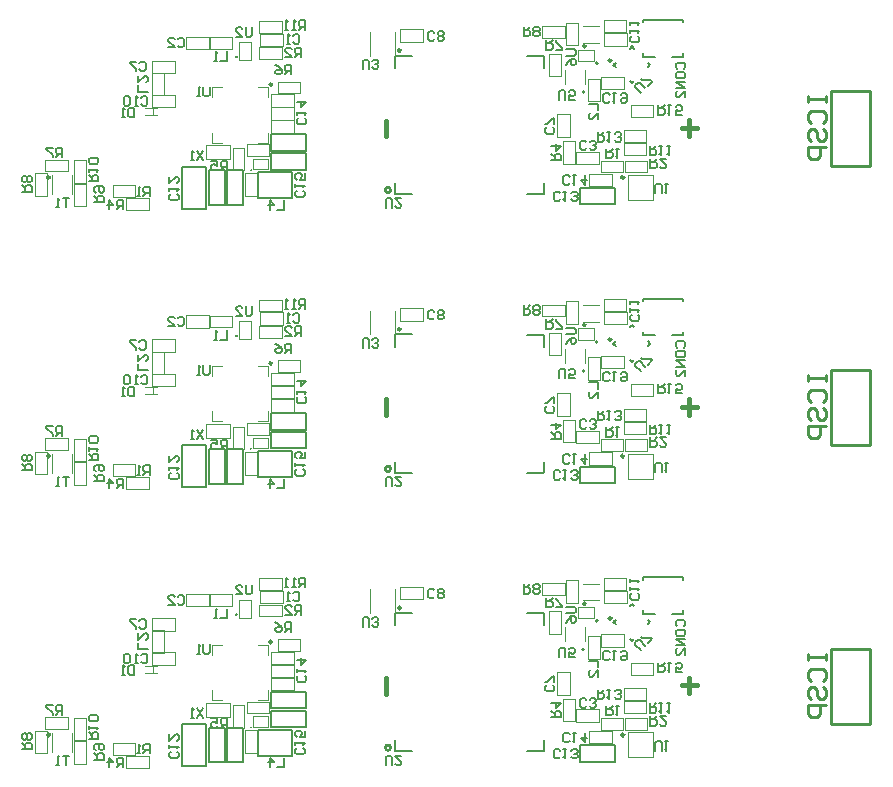
<source format=gbo>
G04*
G04 #@! TF.GenerationSoftware,Altium Limited,Altium Designer,19.1.7 (138)*
G04*
G04 Layer_Color=32896*
%FSAX25Y25*%
%MOIN*%
G70*
G01*
G75*
%ADD24C,0.00787*%
%ADD26C,0.01575*%
%ADD31C,0.00591*%
%ADD32C,0.00598*%
%ADD63C,0.01000*%
%ADD77C,0.00394*%
%ADD143C,0.00197*%
D24*
X0340092Y0357696D02*
G03*
X0340092Y0357696I0000329J0000000D01*
G01*
X0344546Y0367326D02*
G03*
X0344546Y0367326I0000376J0000000D01*
G01*
X0351185Y0367507D02*
X0350489Y0366810D01*
X0351185Y0366114D02*
X0350489Y0366810D01*
X0357310Y0361382D02*
X0356614Y0360686D01*
X0355918Y0361382D01*
X0362739Y0366810D02*
X0362043Y0367507D01*
X0362739Y0366810D02*
X0362043Y0366114D01*
X0356614Y0372935D02*
X0355918Y0372239D01*
X0357310D02*
X0356614Y0372935D01*
X0277677Y0327480D02*
Y0323779D01*
X0277716Y0323740D02*
X0277677Y0323779D01*
X0283386Y0323740D02*
X0277716D01*
X0327126Y0323779D02*
X0321732D01*
X0327244Y0323897D02*
X0327126Y0323779D01*
X0327244Y0327480D02*
Y0323897D01*
X0327205Y0369724D02*
Y0365787D01*
Y0369724D02*
X0327126Y0369803D01*
X0321811D01*
X0283386Y0369881D02*
X0277874D01*
X0277716Y0369724D02*
Y0365747D01*
X0277874Y0369881D02*
X0277716Y0369724D01*
X0373819Y0381779D02*
Y0380992D01*
Y0381779D02*
X0360433D01*
Y0380992D01*
X0373819Y0369574D02*
X0369882D01*
X0373819Y0370755D02*
Y0369574D01*
X0360433Y0370755D02*
X0360433Y0369574D01*
X0364370D02*
X0360433D01*
X0350907Y0320242D02*
X0339407D01*
X0350907Y0325742D02*
Y0320242D01*
Y0325742D02*
X0339407D01*
Y0320242D01*
X0340092Y0264783D02*
G03*
X0340092Y0264783I0000329J0000000D01*
G01*
X0344546Y0274413D02*
G03*
X0344546Y0274413I0000376J0000000D01*
G01*
X0351185Y0274593D02*
X0350489Y0273897D01*
X0351185Y0273201D02*
X0350489Y0273897D01*
X0357310Y0268468D02*
X0356614Y0267773D01*
X0355918Y0268468D01*
X0362739Y0273897D02*
X0362043Y0274593D01*
X0362739Y0273897D02*
X0362043Y0273201D01*
X0356614Y0280022D02*
X0355918Y0279326D01*
X0357310D02*
X0356614Y0280022D01*
X0277677Y0234566D02*
Y0230866D01*
X0277716Y0230826D02*
X0277677Y0230866D01*
X0283386Y0230826D02*
X0277716D01*
X0327126Y0230866D02*
X0321732D01*
X0327244Y0230984D02*
X0327126Y0230866D01*
X0327244Y0234566D02*
Y0230984D01*
X0327205Y0276811D02*
Y0272873D01*
Y0276811D02*
X0327126Y0276889D01*
X0321811D01*
X0283386Y0276968D02*
X0277874D01*
X0277716Y0276811D02*
Y0272834D01*
X0277874Y0276968D02*
X0277716Y0276811D01*
X0373819Y0288866D02*
Y0288078D01*
Y0288866D02*
X0360433D01*
Y0288078D01*
X0373819Y0276661D02*
X0369882D01*
X0373819Y0277842D02*
Y0276661D01*
X0360433Y0277842D02*
X0360433Y0276661D01*
X0364370D02*
X0360433D01*
X0350907Y0227328D02*
X0339407D01*
X0350907Y0232828D02*
Y0227328D01*
Y0232828D02*
X0339407D01*
Y0227328D01*
X0340092Y0171870D02*
G03*
X0340092Y0171870I0000329J0000000D01*
G01*
X0344546Y0181499D02*
G03*
X0344546Y0181499I0000376J0000000D01*
G01*
X0351185Y0181680D02*
X0350489Y0180984D01*
X0351185Y0180288D02*
X0350489Y0180984D01*
X0357310Y0175555D02*
X0356614Y0174859D01*
X0355918Y0175555D01*
X0362739Y0180984D02*
X0362043Y0181680D01*
X0362739Y0180984D02*
X0362043Y0180288D01*
X0356614Y0187108D02*
X0355918Y0186412D01*
X0357310D02*
X0356614Y0187108D01*
X0277677Y0141653D02*
Y0137952D01*
X0277716Y0137913D02*
X0277677Y0137952D01*
X0283386Y0137913D02*
X0277716D01*
X0327126Y0137952D02*
X0321732D01*
X0327244Y0138070D02*
X0327126Y0137952D01*
X0327244Y0141653D02*
Y0138070D01*
X0327205Y0183897D02*
Y0179960D01*
Y0183897D02*
X0327126Y0183976D01*
X0321811D01*
X0283386Y0184055D02*
X0277874D01*
X0277716Y0183897D02*
Y0179921D01*
X0277874Y0184055D02*
X0277716Y0183897D01*
X0373819Y0195952D02*
Y0195165D01*
Y0195952D02*
X0360433D01*
Y0195165D01*
X0373819Y0183747D02*
X0369882D01*
X0373819Y0184929D02*
Y0183747D01*
X0360433Y0184929D02*
X0360433Y0183747D01*
X0364370D02*
X0360433D01*
X0350907Y0134415D02*
X0339407D01*
X0350907Y0139915D02*
Y0134415D01*
Y0139915D02*
X0339407D01*
Y0134415D01*
X0229736Y0145943D02*
G03*
X0229736Y0145943I-0000223J0000000D01*
G01*
X0232047Y0145183D02*
X0243465D01*
Y0136522D02*
Y0145183D01*
X0232047Y0136522D02*
X0243465D01*
X0232047D02*
Y0145183D01*
X0236455Y0152250D02*
X0247955D01*
Y0157750D01*
X0236455D02*
X0247955D01*
X0236455Y0152250D02*
Y0157750D01*
X0215518Y0134250D02*
Y0145750D01*
Y0134250D02*
X0221018D01*
Y0145750D01*
X0215518D02*
X0221018D01*
X0236415Y0146069D02*
X0247915D01*
Y0151569D01*
X0236415D02*
X0247915D01*
X0236415Y0146069D02*
Y0151569D01*
X0206787Y0133079D02*
Y0147079D01*
X0214787D01*
Y0133079D02*
Y0147079D01*
X0206787Y0133079D02*
X0214787D01*
X0221620Y0134289D02*
Y0145789D01*
Y0134289D02*
X0227120D01*
Y0145789D01*
X0221620D02*
X0227120D01*
X0229736Y0238857D02*
G03*
X0229736Y0238857I-0000223J0000000D01*
G01*
X0232047Y0238096D02*
X0243465D01*
Y0229435D02*
Y0238096D01*
X0232047Y0229435D02*
X0243465D01*
X0232047D02*
Y0238096D01*
X0236455Y0245163D02*
X0247955D01*
Y0250663D01*
X0236455D02*
X0247955D01*
X0236455Y0245163D02*
Y0250663D01*
X0215518Y0227163D02*
Y0238663D01*
Y0227163D02*
X0221018D01*
Y0238663D01*
X0215518D02*
X0221018D01*
X0236415Y0238982D02*
X0247915D01*
Y0244482D01*
X0236415D02*
X0247915D01*
X0236415Y0238982D02*
Y0244482D01*
X0206787Y0225992D02*
Y0239992D01*
X0214787D01*
Y0225992D02*
Y0239992D01*
X0206787Y0225992D02*
X0214787D01*
X0221620Y0227203D02*
Y0238703D01*
Y0227203D02*
X0227120D01*
Y0238703D01*
X0221620D02*
X0227120D01*
X0229736Y0331770D02*
G03*
X0229736Y0331770I-0000223J0000000D01*
G01*
X0232047Y0331010D02*
X0243465D01*
Y0322348D02*
Y0331010D01*
X0232047Y0322348D02*
X0243465D01*
X0232047D02*
Y0331010D01*
X0236455Y0338077D02*
X0247955D01*
Y0343577D01*
X0236455D02*
X0247955D01*
X0236455Y0338077D02*
Y0343577D01*
X0215518Y0320077D02*
Y0331577D01*
Y0320077D02*
X0221018D01*
Y0331577D01*
X0215518D02*
X0221018D01*
X0236415Y0331896D02*
X0247915D01*
Y0337396D01*
X0236415D02*
X0247915D01*
X0236415Y0331896D02*
Y0337396D01*
X0206787Y0318906D02*
Y0332906D01*
X0214787D01*
Y0318906D02*
Y0332906D01*
X0206787Y0318906D02*
X0214787D01*
X0221620Y0320116D02*
Y0331616D01*
Y0320116D02*
X0227120D01*
Y0331616D01*
X0221620D02*
X0227120D01*
D26*
X0274607Y0348228D02*
Y0342980D01*
X0375801Y0348385D02*
Y0343138D01*
X0373178Y0345761D02*
X0378425D01*
X0274607Y0255314D02*
Y0250067D01*
X0375801Y0255472D02*
Y0250224D01*
X0373178Y0252848D02*
X0378425D01*
X0274607Y0162401D02*
Y0157153D01*
X0375801Y0162558D02*
Y0157311D01*
X0373178Y0159935D02*
X0378425D01*
D31*
X0359676Y0357513D02*
X0357820Y0359368D01*
Y0360110D01*
X0358562Y0360853D01*
X0359305Y0360853D01*
X0361160Y0358997D01*
X0361902Y0359739D02*
X0363386Y0361224D01*
X0363015Y0361595D01*
X0360047D01*
X0359676Y0361966D01*
X0362598Y0339763D02*
Y0336615D01*
X0364173D01*
X0364697Y0337139D01*
Y0338189D01*
X0364173Y0338714D01*
X0362598D01*
X0363648D02*
X0364697Y0339763D01*
X0365747D02*
X0366796D01*
X0366272D01*
Y0336615D01*
X0365747Y0337139D01*
X0368371Y0339763D02*
X0369420D01*
X0368896D01*
Y0336615D01*
X0368371Y0337139D01*
X0365433Y0353385D02*
Y0350237D01*
X0367007D01*
X0367532Y0350762D01*
Y0351811D01*
X0367007Y0352336D01*
X0365433D01*
X0366482D02*
X0367532Y0353385D01*
X0368582D02*
X0369631D01*
X0369106D01*
Y0350237D01*
X0368582Y0350762D01*
X0373305Y0350237D02*
X0371205D01*
Y0351811D01*
X0372255Y0351286D01*
X0372780D01*
X0373305Y0351811D01*
Y0352860D01*
X0372780Y0353385D01*
X0371730D01*
X0371205Y0352860D01*
X0345197Y0344370D02*
Y0341221D01*
X0346771D01*
X0347296Y0341746D01*
Y0342795D01*
X0346771Y0343320D01*
X0345197D01*
X0346246D02*
X0347296Y0344370D01*
X0348345D02*
X0349395D01*
X0348870D01*
Y0341221D01*
X0348345Y0341746D01*
X0350969D02*
X0351494Y0341221D01*
X0352543D01*
X0353068Y0341746D01*
Y0342270D01*
X0352543Y0342795D01*
X0352019D01*
X0352543D01*
X0353068Y0343320D01*
Y0343845D01*
X0352543Y0344370D01*
X0351494D01*
X0350969Y0343845D01*
X0342217Y0353897D02*
X0345366D01*
Y0351798D01*
Y0348650D02*
Y0350748D01*
X0343267Y0348650D01*
X0342742D01*
X0342217Y0349174D01*
Y0350224D01*
X0342742Y0350748D01*
X0371825Y0365420D02*
X0371300Y0365945D01*
Y0366994D01*
X0371825Y0367519D01*
X0373924D01*
X0374449Y0366994D01*
Y0365945D01*
X0373924Y0365420D01*
X0371300Y0362796D02*
Y0363846D01*
X0371825Y0364371D01*
X0373924D01*
X0374449Y0363846D01*
Y0362796D01*
X0373924Y0362271D01*
X0371825D01*
X0371300Y0362796D01*
X0374449Y0361222D02*
X0371300D01*
X0374449Y0359123D01*
X0371300D01*
X0374449Y0355974D02*
Y0358073D01*
X0372350Y0355974D01*
X0371825D01*
X0371300Y0356499D01*
Y0357549D01*
X0371825Y0358073D01*
X0341469Y0338911D02*
X0340944Y0338386D01*
X0339895D01*
X0339370Y0338911D01*
Y0341010D01*
X0339895Y0341535D01*
X0340944D01*
X0341469Y0341010D01*
X0342519Y0338911D02*
X0343043Y0338386D01*
X0344093D01*
X0344618Y0338911D01*
Y0339436D01*
X0344093Y0339961D01*
X0343568D01*
X0344093D01*
X0344618Y0340485D01*
Y0341010D01*
X0344093Y0341535D01*
X0343043D01*
X0342519Y0341010D01*
X0362795Y0335511D02*
Y0332363D01*
X0364370D01*
X0364894Y0332888D01*
Y0333937D01*
X0364370Y0334462D01*
X0362795D01*
X0363845D02*
X0364894Y0335511D01*
X0368043D02*
X0365944D01*
X0368043Y0333412D01*
Y0332888D01*
X0367518Y0332363D01*
X0366469D01*
X0365944Y0332888D01*
X0348110Y0338897D02*
Y0335749D01*
X0349685D01*
X0350209Y0336273D01*
Y0337323D01*
X0349685Y0337848D01*
X0348110D01*
X0349160D02*
X0350209Y0338897D01*
X0351259D02*
X0352308D01*
X0351783D01*
Y0335749D01*
X0351259Y0336273D01*
X0266850Y0365394D02*
Y0368018D01*
X0267375Y0368543D01*
X0268425D01*
X0268949Y0368018D01*
Y0365394D01*
X0269999Y0365919D02*
X0270524Y0365394D01*
X0271573D01*
X0272098Y0365919D01*
Y0366444D01*
X0271573Y0366968D01*
X0271048D01*
X0271573D01*
X0272098Y0367493D01*
Y0368018D01*
X0271573Y0368543D01*
X0270524D01*
X0269999Y0368018D01*
X0274575Y0319154D02*
Y0321778D01*
X0275099Y0322303D01*
X0276149D01*
X0276674Y0321778D01*
Y0319154D01*
X0279822Y0322303D02*
X0277723D01*
X0279822Y0320204D01*
Y0319679D01*
X0279298Y0319154D01*
X0278248D01*
X0277723Y0319679D01*
X0364449Y0323977D02*
Y0326601D01*
X0364973Y0327126D01*
X0366023D01*
X0366548Y0326601D01*
Y0323977D01*
X0367597Y0327126D02*
X0368647D01*
X0368122D01*
Y0323977D01*
X0367597Y0324502D01*
X0320590Y0379527D02*
Y0376378D01*
X0322165D01*
X0322690Y0376903D01*
Y0377953D01*
X0322165Y0378478D01*
X0320590D01*
X0321640D02*
X0322690Y0379527D01*
X0323739Y0376903D02*
X0324264Y0376378D01*
X0325313D01*
X0325838Y0376903D01*
Y0377428D01*
X0325313Y0377953D01*
X0325838Y0378478D01*
Y0379002D01*
X0325313Y0379527D01*
X0324264D01*
X0323739Y0379002D01*
Y0378478D01*
X0324264Y0377953D01*
X0323739Y0377428D01*
Y0376903D01*
X0324264Y0377953D02*
X0325313D01*
X0328110Y0374960D02*
Y0371812D01*
X0329684D01*
X0330209Y0372336D01*
Y0373386D01*
X0329684Y0373911D01*
X0328110D01*
X0329160D02*
X0330209Y0374960D01*
X0331259Y0371812D02*
X0333358D01*
Y0372336D01*
X0331259Y0374435D01*
Y0374960D01*
X0329803Y0335078D02*
X0332952D01*
Y0336652D01*
X0332427Y0337177D01*
X0331377D01*
X0330853Y0336652D01*
Y0335078D01*
Y0336128D02*
X0329803Y0337177D01*
Y0339801D02*
X0332952D01*
X0331377Y0338227D01*
Y0340326D01*
X0335878Y0327336D02*
X0335354Y0326812D01*
X0334304D01*
X0333779Y0327336D01*
Y0329435D01*
X0334304Y0329960D01*
X0335354D01*
X0335878Y0329435D01*
X0336928Y0329960D02*
X0337978D01*
X0337453D01*
Y0326812D01*
X0336928Y0327336D01*
X0341126Y0329960D02*
Y0326812D01*
X0339552Y0328386D01*
X0341651D01*
X0332729Y0321943D02*
X0332204Y0321418D01*
X0331155D01*
X0330630Y0321943D01*
Y0324042D01*
X0331155Y0324566D01*
X0332204D01*
X0332729Y0324042D01*
X0333778Y0324566D02*
X0334828D01*
X0334303D01*
Y0321418D01*
X0333778Y0321943D01*
X0336402D02*
X0336927Y0321418D01*
X0337977D01*
X0338501Y0321943D01*
Y0322467D01*
X0337977Y0322992D01*
X0337452D01*
X0337977D01*
X0338501Y0323517D01*
Y0324042D01*
X0337977Y0324566D01*
X0336927D01*
X0336402Y0324042D01*
X0358608Y0376402D02*
X0359133Y0375877D01*
Y0374827D01*
X0358608Y0374303D01*
X0356509D01*
X0355984Y0374827D01*
Y0375877D01*
X0356509Y0376402D01*
X0355984Y0377451D02*
Y0378501D01*
Y0377976D01*
X0359133D01*
X0358608Y0377451D01*
X0355984Y0380075D02*
Y0381125D01*
Y0380600D01*
X0359133D01*
X0358608Y0380075D01*
X0290800Y0375368D02*
X0290275Y0374843D01*
X0289226D01*
X0288701Y0375368D01*
Y0377467D01*
X0289226Y0377992D01*
X0290275D01*
X0290800Y0377467D01*
X0291849Y0375368D02*
X0292374Y0374843D01*
X0293424D01*
X0293948Y0375368D01*
Y0375892D01*
X0293424Y0376417D01*
X0293948Y0376942D01*
Y0377467D01*
X0293424Y0377992D01*
X0292374D01*
X0291849Y0377467D01*
Y0376942D01*
X0292374Y0376417D01*
X0291849Y0375892D01*
Y0375368D01*
X0292374Y0376417D02*
X0293424D01*
X0330301Y0345918D02*
X0330826Y0345393D01*
Y0344343D01*
X0330301Y0343818D01*
X0328202D01*
X0327677Y0344343D01*
Y0345393D01*
X0328202Y0345918D01*
X0330826Y0346967D02*
Y0349066D01*
X0330301D01*
X0328202Y0346967D01*
X0327677D01*
X0359676Y0264600D02*
X0357820Y0266455D01*
Y0267197D01*
X0358562Y0267939D01*
X0359305Y0267939D01*
X0361160Y0266084D01*
X0361902Y0266826D02*
X0363386Y0268310D01*
X0363015Y0268681D01*
X0360047D01*
X0359676Y0269052D01*
X0362598Y0246850D02*
Y0243701D01*
X0364173D01*
X0364697Y0244226D01*
Y0245276D01*
X0364173Y0245800D01*
X0362598D01*
X0363648D02*
X0364697Y0246850D01*
X0365747D02*
X0366796D01*
X0366272D01*
Y0243701D01*
X0365747Y0244226D01*
X0368371Y0246850D02*
X0369420D01*
X0368896D01*
Y0243701D01*
X0368371Y0244226D01*
X0365433Y0260472D02*
Y0257323D01*
X0367007D01*
X0367532Y0257848D01*
Y0258898D01*
X0367007Y0259422D01*
X0365433D01*
X0366482D02*
X0367532Y0260472D01*
X0368582D02*
X0369631D01*
X0369106D01*
Y0257323D01*
X0368582Y0257848D01*
X0373305Y0257323D02*
X0371205D01*
Y0258898D01*
X0372255Y0258373D01*
X0372780D01*
X0373305Y0258898D01*
Y0259947D01*
X0372780Y0260472D01*
X0371730D01*
X0371205Y0259947D01*
X0345197Y0251456D02*
Y0248308D01*
X0346771D01*
X0347296Y0248832D01*
Y0249882D01*
X0346771Y0250407D01*
X0345197D01*
X0346246D02*
X0347296Y0251456D01*
X0348345D02*
X0349395D01*
X0348870D01*
Y0248308D01*
X0348345Y0248832D01*
X0350969D02*
X0351494Y0248308D01*
X0352543D01*
X0353068Y0248832D01*
Y0249357D01*
X0352543Y0249882D01*
X0352019D01*
X0352543D01*
X0353068Y0250407D01*
Y0250931D01*
X0352543Y0251456D01*
X0351494D01*
X0350969Y0250931D01*
X0342217Y0260984D02*
X0345366D01*
Y0258885D01*
Y0255736D02*
Y0257835D01*
X0343267Y0255736D01*
X0342742D01*
X0342217Y0256261D01*
Y0257310D01*
X0342742Y0257835D01*
X0371825Y0272507D02*
X0371300Y0273031D01*
Y0274081D01*
X0371825Y0274606D01*
X0373924D01*
X0374449Y0274081D01*
Y0273031D01*
X0373924Y0272507D01*
X0371300Y0269883D02*
Y0270932D01*
X0371825Y0271457D01*
X0373924D01*
X0374449Y0270932D01*
Y0269883D01*
X0373924Y0269358D01*
X0371825D01*
X0371300Y0269883D01*
X0374449Y0268309D02*
X0371300D01*
X0374449Y0266210D01*
X0371300D01*
X0374449Y0263061D02*
Y0265160D01*
X0372350Y0263061D01*
X0371825D01*
X0371300Y0263586D01*
Y0264635D01*
X0371825Y0265160D01*
X0341469Y0245998D02*
X0340944Y0245473D01*
X0339895D01*
X0339370Y0245998D01*
Y0248097D01*
X0339895Y0248622D01*
X0340944D01*
X0341469Y0248097D01*
X0342519Y0245998D02*
X0343043Y0245473D01*
X0344093D01*
X0344618Y0245998D01*
Y0246522D01*
X0344093Y0247047D01*
X0343568D01*
X0344093D01*
X0344618Y0247572D01*
Y0248097D01*
X0344093Y0248622D01*
X0343043D01*
X0342519Y0248097D01*
X0362795Y0242598D02*
Y0239449D01*
X0364370D01*
X0364894Y0239974D01*
Y0241024D01*
X0364370Y0241548D01*
X0362795D01*
X0363845D02*
X0364894Y0242598D01*
X0368043D02*
X0365944D01*
X0368043Y0240499D01*
Y0239974D01*
X0367518Y0239449D01*
X0366469D01*
X0365944Y0239974D01*
X0348110Y0245984D02*
Y0242835D01*
X0349685D01*
X0350209Y0243360D01*
Y0244409D01*
X0349685Y0244934D01*
X0348110D01*
X0349160D02*
X0350209Y0245984D01*
X0351259D02*
X0352308D01*
X0351783D01*
Y0242835D01*
X0351259Y0243360D01*
X0266850Y0272481D02*
Y0275105D01*
X0267375Y0275629D01*
X0268425D01*
X0268949Y0275105D01*
Y0272481D01*
X0269999Y0273006D02*
X0270524Y0272481D01*
X0271573D01*
X0272098Y0273006D01*
Y0273530D01*
X0271573Y0274055D01*
X0271048D01*
X0271573D01*
X0272098Y0274580D01*
Y0275105D01*
X0271573Y0275629D01*
X0270524D01*
X0269999Y0275105D01*
X0274575Y0226241D02*
Y0228864D01*
X0275099Y0229389D01*
X0276149D01*
X0276674Y0228864D01*
Y0226241D01*
X0279822Y0229389D02*
X0277723D01*
X0279822Y0227290D01*
Y0226765D01*
X0279298Y0226241D01*
X0278248D01*
X0277723Y0226765D01*
X0364449Y0231064D02*
Y0233687D01*
X0364973Y0234212D01*
X0366023D01*
X0366548Y0233687D01*
Y0231064D01*
X0367597Y0234212D02*
X0368647D01*
X0368122D01*
Y0231064D01*
X0367597Y0231588D01*
X0320590Y0286614D02*
Y0283465D01*
X0322165D01*
X0322690Y0283990D01*
Y0285039D01*
X0322165Y0285564D01*
X0320590D01*
X0321640D02*
X0322690Y0286614D01*
X0323739Y0283990D02*
X0324264Y0283465D01*
X0325313D01*
X0325838Y0283990D01*
Y0284515D01*
X0325313Y0285039D01*
X0325838Y0285564D01*
Y0286089D01*
X0325313Y0286614D01*
X0324264D01*
X0323739Y0286089D01*
Y0285564D01*
X0324264Y0285039D01*
X0323739Y0284515D01*
Y0283990D01*
X0324264Y0285039D02*
X0325313D01*
X0328110Y0282047D02*
Y0278898D01*
X0329684D01*
X0330209Y0279423D01*
Y0280472D01*
X0329684Y0280997D01*
X0328110D01*
X0329160D02*
X0330209Y0282047D01*
X0331259Y0278898D02*
X0333358D01*
Y0279423D01*
X0331259Y0281522D01*
Y0282047D01*
X0329803Y0242165D02*
X0332952D01*
Y0243739D01*
X0332427Y0244264D01*
X0331377D01*
X0330853Y0243739D01*
Y0242165D01*
Y0243214D02*
X0329803Y0244264D01*
Y0246888D02*
X0332952D01*
X0331377Y0245313D01*
Y0247412D01*
X0335878Y0234423D02*
X0335354Y0233898D01*
X0334304D01*
X0333779Y0234423D01*
Y0236522D01*
X0334304Y0237047D01*
X0335354D01*
X0335878Y0236522D01*
X0336928Y0237047D02*
X0337978D01*
X0337453D01*
Y0233898D01*
X0336928Y0234423D01*
X0341126Y0237047D02*
Y0233898D01*
X0339552Y0235472D01*
X0341651D01*
X0332729Y0229029D02*
X0332204Y0228504D01*
X0331155D01*
X0330630Y0229029D01*
Y0231128D01*
X0331155Y0231653D01*
X0332204D01*
X0332729Y0231128D01*
X0333778Y0231653D02*
X0334828D01*
X0334303D01*
Y0228504D01*
X0333778Y0229029D01*
X0336402D02*
X0336927Y0228504D01*
X0337977D01*
X0338501Y0229029D01*
Y0229554D01*
X0337977Y0230079D01*
X0337452D01*
X0337977D01*
X0338501Y0230604D01*
Y0231128D01*
X0337977Y0231653D01*
X0336927D01*
X0336402Y0231128D01*
X0358608Y0283488D02*
X0359133Y0282963D01*
Y0281914D01*
X0358608Y0281389D01*
X0356509D01*
X0355984Y0281914D01*
Y0282963D01*
X0356509Y0283488D01*
X0355984Y0284538D02*
Y0285587D01*
Y0285063D01*
X0359133D01*
X0358608Y0284538D01*
X0355984Y0287162D02*
Y0288211D01*
Y0287686D01*
X0359133D01*
X0358608Y0287162D01*
X0290800Y0282454D02*
X0290275Y0281930D01*
X0289226D01*
X0288701Y0282454D01*
Y0284553D01*
X0289226Y0285078D01*
X0290275D01*
X0290800Y0284553D01*
X0291849Y0282454D02*
X0292374Y0281930D01*
X0293424D01*
X0293948Y0282454D01*
Y0282979D01*
X0293424Y0283504D01*
X0293948Y0284029D01*
Y0284553D01*
X0293424Y0285078D01*
X0292374D01*
X0291849Y0284553D01*
Y0284029D01*
X0292374Y0283504D01*
X0291849Y0282979D01*
Y0282454D01*
X0292374Y0283504D02*
X0293424D01*
X0330301Y0253004D02*
X0330826Y0252479D01*
Y0251430D01*
X0330301Y0250905D01*
X0328202D01*
X0327677Y0251430D01*
Y0252479D01*
X0328202Y0253004D01*
X0330826Y0254054D02*
Y0256153D01*
X0330301D01*
X0328202Y0254054D01*
X0327677D01*
X0359676Y0171686D02*
X0357820Y0173542D01*
Y0174284D01*
X0358562Y0175026D01*
X0359305Y0175026D01*
X0361160Y0173170D01*
X0361902Y0173913D02*
X0363386Y0175397D01*
X0363015Y0175768D01*
X0360047D01*
X0359676Y0176139D01*
X0362598Y0153936D02*
Y0150788D01*
X0364173D01*
X0364697Y0151313D01*
Y0152362D01*
X0364173Y0152887D01*
X0362598D01*
X0363648D02*
X0364697Y0153936D01*
X0365747D02*
X0366796D01*
X0366272D01*
Y0150788D01*
X0365747Y0151313D01*
X0368371Y0153936D02*
X0369420D01*
X0368896D01*
Y0150788D01*
X0368371Y0151313D01*
X0365433Y0167559D02*
Y0164410D01*
X0367007D01*
X0367532Y0164935D01*
Y0165984D01*
X0367007Y0166509D01*
X0365433D01*
X0366482D02*
X0367532Y0167559D01*
X0368582D02*
X0369631D01*
X0369106D01*
Y0164410D01*
X0368582Y0164935D01*
X0373305Y0164410D02*
X0371205D01*
Y0165984D01*
X0372255Y0165459D01*
X0372780D01*
X0373305Y0165984D01*
Y0167034D01*
X0372780Y0167559D01*
X0371730D01*
X0371205Y0167034D01*
X0345197Y0158543D02*
Y0155394D01*
X0346771D01*
X0347296Y0155919D01*
Y0156968D01*
X0346771Y0157493D01*
X0345197D01*
X0346246D02*
X0347296Y0158543D01*
X0348345D02*
X0349395D01*
X0348870D01*
Y0155394D01*
X0348345Y0155919D01*
X0350969D02*
X0351494Y0155394D01*
X0352543D01*
X0353068Y0155919D01*
Y0156444D01*
X0352543Y0156968D01*
X0352019D01*
X0352543D01*
X0353068Y0157493D01*
Y0158018D01*
X0352543Y0158543D01*
X0351494D01*
X0350969Y0158018D01*
X0342217Y0168070D02*
X0345366D01*
Y0165971D01*
Y0162823D02*
Y0164922D01*
X0343267Y0162823D01*
X0342742D01*
X0342217Y0163347D01*
Y0164397D01*
X0342742Y0164922D01*
X0371825Y0179593D02*
X0371300Y0180118D01*
Y0181168D01*
X0371825Y0181692D01*
X0373924D01*
X0374449Y0181168D01*
Y0180118D01*
X0373924Y0179593D01*
X0371300Y0176970D02*
Y0178019D01*
X0371825Y0178544D01*
X0373924D01*
X0374449Y0178019D01*
Y0176970D01*
X0373924Y0176445D01*
X0371825D01*
X0371300Y0176970D01*
X0374449Y0175395D02*
X0371300D01*
X0374449Y0173296D01*
X0371300D01*
X0374449Y0170148D02*
Y0172247D01*
X0372350Y0170148D01*
X0371825D01*
X0371300Y0170672D01*
Y0171722D01*
X0371825Y0172247D01*
X0341469Y0153084D02*
X0340944Y0152559D01*
X0339895D01*
X0339370Y0153084D01*
Y0155183D01*
X0339895Y0155708D01*
X0340944D01*
X0341469Y0155183D01*
X0342519Y0153084D02*
X0343043Y0152559D01*
X0344093D01*
X0344618Y0153084D01*
Y0153609D01*
X0344093Y0154134D01*
X0343568D01*
X0344093D01*
X0344618Y0154659D01*
Y0155183D01*
X0344093Y0155708D01*
X0343043D01*
X0342519Y0155183D01*
X0362795Y0149685D02*
Y0146536D01*
X0364370D01*
X0364894Y0147061D01*
Y0148110D01*
X0364370Y0148635D01*
X0362795D01*
X0363845D02*
X0364894Y0149685D01*
X0368043D02*
X0365944D01*
X0368043Y0147585D01*
Y0147061D01*
X0367518Y0146536D01*
X0366469D01*
X0365944Y0147061D01*
X0348110Y0153070D02*
Y0149922D01*
X0349685D01*
X0350209Y0150446D01*
Y0151496D01*
X0349685Y0152021D01*
X0348110D01*
X0349160D02*
X0350209Y0153070D01*
X0351259D02*
X0352308D01*
X0351783D01*
Y0149922D01*
X0351259Y0150446D01*
X0266850Y0179567D02*
Y0182191D01*
X0267375Y0182716D01*
X0268425D01*
X0268949Y0182191D01*
Y0179567D01*
X0269999Y0180092D02*
X0270524Y0179567D01*
X0271573D01*
X0272098Y0180092D01*
Y0180617D01*
X0271573Y0181142D01*
X0271048D01*
X0271573D01*
X0272098Y0181666D01*
Y0182191D01*
X0271573Y0182716D01*
X0270524D01*
X0269999Y0182191D01*
X0274575Y0133327D02*
Y0135951D01*
X0275099Y0136476D01*
X0276149D01*
X0276674Y0135951D01*
Y0133327D01*
X0279822Y0136476D02*
X0277723D01*
X0279822Y0134377D01*
Y0133852D01*
X0279298Y0133327D01*
X0278248D01*
X0277723Y0133852D01*
X0364449Y0138150D02*
Y0140774D01*
X0364973Y0141299D01*
X0366023D01*
X0366548Y0140774D01*
Y0138150D01*
X0367597Y0141299D02*
X0368647D01*
X0368122D01*
Y0138150D01*
X0367597Y0138675D01*
X0320590Y0193700D02*
Y0190552D01*
X0322165D01*
X0322690Y0191076D01*
Y0192126D01*
X0322165Y0192651D01*
X0320590D01*
X0321640D02*
X0322690Y0193700D01*
X0323739Y0191076D02*
X0324264Y0190552D01*
X0325313D01*
X0325838Y0191076D01*
Y0191601D01*
X0325313Y0192126D01*
X0325838Y0192651D01*
Y0193175D01*
X0325313Y0193700D01*
X0324264D01*
X0323739Y0193175D01*
Y0192651D01*
X0324264Y0192126D01*
X0323739Y0191601D01*
Y0191076D01*
X0324264Y0192126D02*
X0325313D01*
X0328110Y0189133D02*
Y0185985D01*
X0329684D01*
X0330209Y0186510D01*
Y0187559D01*
X0329684Y0188084D01*
X0328110D01*
X0329160D02*
X0330209Y0189133D01*
X0331259Y0185985D02*
X0333358D01*
Y0186510D01*
X0331259Y0188609D01*
Y0189133D01*
X0329803Y0149251D02*
X0332952D01*
Y0150826D01*
X0332427Y0151350D01*
X0331377D01*
X0330853Y0150826D01*
Y0149251D01*
Y0150301D02*
X0329803Y0151350D01*
Y0153974D02*
X0332952D01*
X0331377Y0152400D01*
Y0154499D01*
X0335878Y0141509D02*
X0335354Y0140985D01*
X0334304D01*
X0333779Y0141509D01*
Y0143608D01*
X0334304Y0144133D01*
X0335354D01*
X0335878Y0143608D01*
X0336928Y0144133D02*
X0337978D01*
X0337453D01*
Y0140985D01*
X0336928Y0141509D01*
X0341126Y0144133D02*
Y0140985D01*
X0339552Y0142559D01*
X0341651D01*
X0332729Y0136116D02*
X0332204Y0135591D01*
X0331155D01*
X0330630Y0136116D01*
Y0138215D01*
X0331155Y0138740D01*
X0332204D01*
X0332729Y0138215D01*
X0333778Y0138740D02*
X0334828D01*
X0334303D01*
Y0135591D01*
X0333778Y0136116D01*
X0336402D02*
X0336927Y0135591D01*
X0337977D01*
X0338501Y0136116D01*
Y0136641D01*
X0337977Y0137165D01*
X0337452D01*
X0337977D01*
X0338501Y0137690D01*
Y0138215D01*
X0337977Y0138740D01*
X0336927D01*
X0336402Y0138215D01*
X0358608Y0190575D02*
X0359133Y0190050D01*
Y0189001D01*
X0358608Y0188476D01*
X0356509D01*
X0355984Y0189001D01*
Y0190050D01*
X0356509Y0190575D01*
X0355984Y0191624D02*
Y0192674D01*
Y0192149D01*
X0359133D01*
X0358608Y0191624D01*
X0355984Y0194248D02*
Y0195298D01*
Y0194773D01*
X0359133D01*
X0358608Y0194248D01*
X0290800Y0189541D02*
X0290275Y0189016D01*
X0289226D01*
X0288701Y0189541D01*
Y0191640D01*
X0289226Y0192165D01*
X0290275D01*
X0290800Y0191640D01*
X0291849Y0189541D02*
X0292374Y0189016D01*
X0293424D01*
X0293948Y0189541D01*
Y0190066D01*
X0293424Y0190591D01*
X0293948Y0191115D01*
Y0191640D01*
X0293424Y0192165D01*
X0292374D01*
X0291849Y0191640D01*
Y0191115D01*
X0292374Y0190591D01*
X0291849Y0190066D01*
Y0189541D01*
X0292374Y0190591D02*
X0293424D01*
X0330301Y0160091D02*
X0330826Y0159566D01*
Y0158516D01*
X0330301Y0157992D01*
X0328202D01*
X0327677Y0158516D01*
Y0159566D01*
X0328202Y0160091D01*
X0330826Y0161140D02*
Y0163239D01*
X0330301D01*
X0328202Y0161140D01*
X0327677D01*
X0221620Y0145789D02*
Y0148938D01*
X0220046D01*
X0219521Y0148413D01*
Y0147364D01*
X0220046Y0146839D01*
X0221620D01*
X0220571D02*
X0219521Y0145789D01*
X0216372Y0148938D02*
X0218472D01*
Y0147364D01*
X0217422Y0147889D01*
X0216897D01*
X0216372Y0147364D01*
Y0146314D01*
X0216897Y0145789D01*
X0217947D01*
X0218472Y0146314D01*
X0186969Y0132756D02*
Y0135905D01*
X0185394D01*
X0184869Y0135380D01*
Y0134330D01*
X0185394Y0133806D01*
X0186969D01*
X0185919D02*
X0184869Y0132756D01*
X0182246D02*
Y0135905D01*
X0183820Y0134330D01*
X0181721D01*
X0240591Y0135865D02*
Y0132717D01*
X0238492D01*
X0235868D02*
Y0135865D01*
X0237442Y0134291D01*
X0235343D01*
X0247073Y0139068D02*
X0247597Y0138543D01*
Y0137493D01*
X0247073Y0136969D01*
X0244974D01*
X0244449Y0137493D01*
Y0138543D01*
X0244974Y0139068D01*
X0244449Y0140117D02*
Y0141167D01*
Y0140642D01*
X0247597D01*
X0247073Y0140117D01*
X0247597Y0144840D02*
Y0142741D01*
X0246023D01*
X0246548Y0143790D01*
Y0144315D01*
X0246023Y0144840D01*
X0244974D01*
X0244449Y0144315D01*
Y0143266D01*
X0244974Y0142741D01*
X0247507Y0163198D02*
X0248032Y0162673D01*
Y0161624D01*
X0247507Y0161099D01*
X0245408D01*
X0244883Y0161624D01*
Y0162673D01*
X0245408Y0163198D01*
X0244883Y0164248D02*
Y0165297D01*
Y0164772D01*
X0248032D01*
X0247507Y0164248D01*
X0244883Y0168446D02*
X0248032D01*
X0246458Y0166871D01*
Y0168970D01*
X0205065Y0137887D02*
X0205590Y0137362D01*
Y0136312D01*
X0205065Y0135787D01*
X0202966D01*
X0202441Y0136312D01*
Y0137362D01*
X0202966Y0137887D01*
X0202441Y0138936D02*
Y0139986D01*
Y0139461D01*
X0205590D01*
X0205065Y0138936D01*
X0202441Y0143659D02*
Y0141560D01*
X0204540Y0143659D01*
X0205065D01*
X0205590Y0143134D01*
Y0142085D01*
X0205065Y0141560D01*
X0215905Y0173700D02*
Y0171076D01*
X0215381Y0170551D01*
X0214331D01*
X0213806Y0171076D01*
Y0173700D01*
X0212757Y0170551D02*
X0211707D01*
X0212232D01*
Y0173700D01*
X0212757Y0173175D01*
X0213819Y0152283D02*
X0211720Y0149134D01*
Y0152283D02*
X0213819Y0149134D01*
X0210670D02*
X0209621D01*
X0210145D01*
Y0152283D01*
X0210670Y0151758D01*
X0229953Y0193418D02*
Y0190794D01*
X0229429Y0190269D01*
X0228379D01*
X0227854Y0190794D01*
Y0193418D01*
X0224706Y0190269D02*
X0226805D01*
X0224706Y0192368D01*
Y0192893D01*
X0225230Y0193418D01*
X0226280D01*
X0226805Y0192893D01*
X0168976Y0136574D02*
X0166877D01*
X0167927D01*
Y0133425D01*
X0165828D02*
X0164778D01*
X0165303D01*
Y0136574D01*
X0165828Y0136049D01*
X0247683Y0192629D02*
Y0195777D01*
X0246109D01*
X0245584Y0195253D01*
Y0194203D01*
X0246109Y0193678D01*
X0247683D01*
X0246634D02*
X0245584Y0192629D01*
X0244535D02*
X0243485D01*
X0244010D01*
Y0195777D01*
X0244535Y0195253D01*
X0241911Y0192629D02*
X0240861D01*
X0241386D01*
Y0195777D01*
X0241911Y0195253D01*
X0175630Y0142165D02*
X0178779D01*
Y0143740D01*
X0178254Y0144264D01*
X0177204D01*
X0176679Y0143740D01*
Y0142165D01*
Y0143215D02*
X0175630Y0144264D01*
Y0145314D02*
Y0146363D01*
Y0145839D01*
X0178779D01*
X0178254Y0145314D01*
Y0147938D02*
X0178779Y0148463D01*
Y0149512D01*
X0178254Y0150037D01*
X0176155D01*
X0175630Y0149512D01*
Y0148463D01*
X0176155Y0147938D01*
X0178254D01*
X0177402Y0135197D02*
X0180550D01*
Y0136771D01*
X0180025Y0137296D01*
X0178976D01*
X0178451Y0136771D01*
Y0135197D01*
Y0136246D02*
X0177402Y0137296D01*
X0177926Y0138346D02*
X0177402Y0138870D01*
Y0139920D01*
X0177926Y0140445D01*
X0180025D01*
X0180550Y0139920D01*
Y0138870D01*
X0180025Y0138346D01*
X0179501D01*
X0178976Y0138870D01*
Y0140445D01*
X0153386Y0138701D02*
X0156534D01*
Y0140275D01*
X0156010Y0140800D01*
X0154960D01*
X0154435Y0140275D01*
Y0138701D01*
Y0139750D02*
X0153386Y0140800D01*
X0156010Y0141849D02*
X0156534Y0142374D01*
Y0143424D01*
X0156010Y0143948D01*
X0155485D01*
X0154960Y0143424D01*
X0154435Y0143948D01*
X0153911D01*
X0153386Y0143424D01*
Y0142374D01*
X0153911Y0141849D01*
X0154435D01*
X0154960Y0142374D01*
X0155485Y0141849D01*
X0156010D01*
X0154960Y0142374D02*
Y0143424D01*
X0166654Y0150236D02*
Y0153385D01*
X0165079D01*
X0164555Y0152860D01*
Y0151811D01*
X0165079Y0151286D01*
X0166654D01*
X0165604D02*
X0164555Y0150236D01*
X0163505Y0153385D02*
X0161406D01*
Y0152860D01*
X0163505Y0150761D01*
Y0150236D01*
X0243013Y0177829D02*
Y0180977D01*
X0241439D01*
X0240914Y0180453D01*
Y0179403D01*
X0241439Y0178878D01*
X0243013D01*
X0241964D02*
X0240914Y0177829D01*
X0237766Y0180977D02*
X0238815Y0180453D01*
X0239865Y0179403D01*
Y0178354D01*
X0239340Y0177829D01*
X0238290D01*
X0237766Y0178354D01*
Y0178878D01*
X0238290Y0179403D01*
X0239865D01*
X0246373Y0183549D02*
Y0186697D01*
X0244799D01*
X0244274Y0186173D01*
Y0185123D01*
X0244799Y0184599D01*
X0246373D01*
X0245324D02*
X0244274Y0183549D01*
X0241126D02*
X0243225D01*
X0241126Y0185648D01*
Y0186173D01*
X0241650Y0186697D01*
X0242700D01*
X0243225Y0186173D01*
X0195866Y0137244D02*
Y0140393D01*
X0194292D01*
X0193767Y0139868D01*
Y0138818D01*
X0194292Y0138294D01*
X0195866D01*
X0194817D02*
X0193767Y0137244D01*
X0192718D02*
X0191668D01*
X0192193D01*
Y0140393D01*
X0192718Y0139868D01*
X0195235Y0172008D02*
X0192087D01*
Y0174107D01*
Y0177256D02*
Y0175156D01*
X0194186Y0177256D01*
X0194710D01*
X0195235Y0176731D01*
Y0175681D01*
X0194710Y0175156D01*
X0221555Y0185460D02*
Y0182311D01*
X0219456D01*
X0218407D02*
X0217357D01*
X0217882D01*
Y0185460D01*
X0218407Y0184935D01*
X0190827Y0166613D02*
Y0163465D01*
X0189252D01*
X0188728Y0163989D01*
Y0166088D01*
X0189252Y0166613D01*
X0190827D01*
X0187678Y0163465D02*
X0186629D01*
X0187153D01*
Y0166613D01*
X0187678Y0166088D01*
X0192980Y0169986D02*
X0193504Y0170511D01*
X0194554D01*
X0195079Y0169986D01*
Y0167887D01*
X0194554Y0167362D01*
X0193504D01*
X0192980Y0167887D01*
X0191930Y0167362D02*
X0190881D01*
X0191405D01*
Y0170511D01*
X0191930Y0169986D01*
X0189306D02*
X0188781Y0170511D01*
X0187732D01*
X0187207Y0169986D01*
Y0167887D01*
X0187732Y0167362D01*
X0188781D01*
X0189306Y0167887D01*
Y0169986D01*
X0192468Y0181521D02*
X0192993Y0182046D01*
X0194042D01*
X0194567Y0181521D01*
Y0179422D01*
X0194042Y0178898D01*
X0192993D01*
X0192468Y0179422D01*
X0191418Y0182046D02*
X0189319D01*
Y0181521D01*
X0191418Y0179422D01*
Y0178898D01*
X0205245Y0189464D02*
X0205769Y0189989D01*
X0206819D01*
X0207344Y0189464D01*
Y0187365D01*
X0206819Y0186840D01*
X0205769D01*
X0205245Y0187365D01*
X0202096Y0186840D02*
X0204195D01*
X0202096Y0188939D01*
Y0189464D01*
X0202621Y0189989D01*
X0203670D01*
X0204195Y0189464D01*
X0243714Y0190593D02*
X0244239Y0191118D01*
X0245288D01*
X0245813Y0190593D01*
Y0188494D01*
X0245288Y0187969D01*
X0244239D01*
X0243714Y0188494D01*
X0242665Y0187969D02*
X0241615D01*
X0242140D01*
Y0191118D01*
X0242665Y0190593D01*
X0221620Y0238703D02*
Y0241851D01*
X0220046D01*
X0219521Y0241327D01*
Y0240277D01*
X0220046Y0239752D01*
X0221620D01*
X0220571D02*
X0219521Y0238703D01*
X0216372Y0241851D02*
X0218472D01*
Y0240277D01*
X0217422Y0240802D01*
X0216897D01*
X0216372Y0240277D01*
Y0239228D01*
X0216897Y0238703D01*
X0217947D01*
X0218472Y0239228D01*
X0186969Y0225669D02*
Y0228818D01*
X0185394D01*
X0184869Y0228293D01*
Y0227244D01*
X0185394Y0226719D01*
X0186969D01*
X0185919D02*
X0184869Y0225669D01*
X0182246D02*
Y0228818D01*
X0183820Y0227244D01*
X0181721D01*
X0240591Y0228779D02*
Y0225630D01*
X0238492D01*
X0235868D02*
Y0228779D01*
X0237442Y0227204D01*
X0235343D01*
X0247073Y0231981D02*
X0247597Y0231456D01*
Y0230407D01*
X0247073Y0229882D01*
X0244974D01*
X0244449Y0230407D01*
Y0231456D01*
X0244974Y0231981D01*
X0244449Y0233031D02*
Y0234080D01*
Y0233555D01*
X0247597D01*
X0247073Y0233031D01*
X0247597Y0237753D02*
Y0235654D01*
X0246023D01*
X0246548Y0236704D01*
Y0237229D01*
X0246023Y0237753D01*
X0244974D01*
X0244449Y0237229D01*
Y0236179D01*
X0244974Y0235654D01*
X0247507Y0256111D02*
X0248032Y0255587D01*
Y0254537D01*
X0247507Y0254012D01*
X0245408D01*
X0244883Y0254537D01*
Y0255587D01*
X0245408Y0256111D01*
X0244883Y0257161D02*
Y0258210D01*
Y0257686D01*
X0248032D01*
X0247507Y0257161D01*
X0244883Y0261359D02*
X0248032D01*
X0246458Y0259785D01*
Y0261884D01*
X0205065Y0230800D02*
X0205590Y0230275D01*
Y0229226D01*
X0205065Y0228701D01*
X0202966D01*
X0202441Y0229226D01*
Y0230275D01*
X0202966Y0230800D01*
X0202441Y0231849D02*
Y0232899D01*
Y0232374D01*
X0205590D01*
X0205065Y0231849D01*
X0202441Y0236572D02*
Y0234473D01*
X0204540Y0236572D01*
X0205065D01*
X0205590Y0236048D01*
Y0234998D01*
X0205065Y0234473D01*
X0215905Y0266613D02*
Y0263989D01*
X0215381Y0263465D01*
X0214331D01*
X0213806Y0263989D01*
Y0266613D01*
X0212757Y0263465D02*
X0211707D01*
X0212232D01*
Y0266613D01*
X0212757Y0266089D01*
X0213819Y0245196D02*
X0211720Y0242047D01*
Y0245196D02*
X0213819Y0242047D01*
X0210670D02*
X0209621D01*
X0210145D01*
Y0245196D01*
X0210670Y0244671D01*
X0229953Y0286331D02*
Y0283707D01*
X0229429Y0283182D01*
X0228379D01*
X0227854Y0283707D01*
Y0286331D01*
X0224706Y0283182D02*
X0226805D01*
X0224706Y0285281D01*
Y0285806D01*
X0225230Y0286331D01*
X0226280D01*
X0226805Y0285806D01*
X0168976Y0229487D02*
X0166877D01*
X0167927D01*
Y0226339D01*
X0165828D02*
X0164778D01*
X0165303D01*
Y0229487D01*
X0165828Y0228962D01*
X0247683Y0285542D02*
Y0288691D01*
X0246109D01*
X0245584Y0288166D01*
Y0287117D01*
X0246109Y0286592D01*
X0247683D01*
X0246634D02*
X0245584Y0285542D01*
X0244535D02*
X0243485D01*
X0244010D01*
Y0288691D01*
X0244535Y0288166D01*
X0241911Y0285542D02*
X0240861D01*
X0241386D01*
Y0288691D01*
X0241911Y0288166D01*
X0175630Y0235079D02*
X0178779D01*
Y0236653D01*
X0178254Y0237178D01*
X0177204D01*
X0176679Y0236653D01*
Y0235079D01*
Y0236128D02*
X0175630Y0237178D01*
Y0238227D02*
Y0239277D01*
Y0238752D01*
X0178779D01*
X0178254Y0238227D01*
Y0240851D02*
X0178779Y0241376D01*
Y0242425D01*
X0178254Y0242950D01*
X0176155D01*
X0175630Y0242425D01*
Y0241376D01*
X0176155Y0240851D01*
X0178254D01*
X0177402Y0228110D02*
X0180550D01*
Y0229685D01*
X0180025Y0230209D01*
X0178976D01*
X0178451Y0229685D01*
Y0228110D01*
Y0229160D02*
X0177402Y0230209D01*
X0177926Y0231259D02*
X0177402Y0231784D01*
Y0232833D01*
X0177926Y0233358D01*
X0180025D01*
X0180550Y0232833D01*
Y0231784D01*
X0180025Y0231259D01*
X0179501D01*
X0178976Y0231784D01*
Y0233358D01*
X0153386Y0231614D02*
X0156534D01*
Y0233189D01*
X0156010Y0233713D01*
X0154960D01*
X0154435Y0233189D01*
Y0231614D01*
Y0232664D02*
X0153386Y0233713D01*
X0156010Y0234763D02*
X0156534Y0235288D01*
Y0236337D01*
X0156010Y0236862D01*
X0155485D01*
X0154960Y0236337D01*
X0154435Y0236862D01*
X0153911D01*
X0153386Y0236337D01*
Y0235288D01*
X0153911Y0234763D01*
X0154435D01*
X0154960Y0235288D01*
X0155485Y0234763D01*
X0156010D01*
X0154960Y0235288D02*
Y0236337D01*
X0166654Y0243150D02*
Y0246298D01*
X0165079D01*
X0164555Y0245774D01*
Y0244724D01*
X0165079Y0244199D01*
X0166654D01*
X0165604D02*
X0164555Y0243150D01*
X0163505Y0246298D02*
X0161406D01*
Y0245774D01*
X0163505Y0243674D01*
Y0243150D01*
X0243013Y0270742D02*
Y0273891D01*
X0241439D01*
X0240914Y0273366D01*
Y0272317D01*
X0241439Y0271792D01*
X0243013D01*
X0241964D02*
X0240914Y0270742D01*
X0237766Y0273891D02*
X0238815Y0273366D01*
X0239865Y0272317D01*
Y0271267D01*
X0239340Y0270742D01*
X0238290D01*
X0237766Y0271267D01*
Y0271792D01*
X0238290Y0272317D01*
X0239865D01*
X0246373Y0276462D02*
Y0279611D01*
X0244799D01*
X0244274Y0279086D01*
Y0278037D01*
X0244799Y0277512D01*
X0246373D01*
X0245324D02*
X0244274Y0276462D01*
X0241126D02*
X0243225D01*
X0241126Y0278561D01*
Y0279086D01*
X0241650Y0279611D01*
X0242700D01*
X0243225Y0279086D01*
X0195866Y0230157D02*
Y0233306D01*
X0194292D01*
X0193767Y0232781D01*
Y0231732D01*
X0194292Y0231207D01*
X0195866D01*
X0194817D02*
X0193767Y0230157D01*
X0192718D02*
X0191668D01*
X0192193D01*
Y0233306D01*
X0192718Y0232781D01*
X0195235Y0264921D02*
X0192087D01*
Y0267020D01*
Y0270169D02*
Y0268070D01*
X0194186Y0270169D01*
X0194710D01*
X0195235Y0269644D01*
Y0268595D01*
X0194710Y0268070D01*
X0221555Y0278373D02*
Y0275224D01*
X0219456D01*
X0218407D02*
X0217357D01*
X0217882D01*
Y0278373D01*
X0218407Y0277848D01*
X0190827Y0259527D02*
Y0256378D01*
X0189252D01*
X0188728Y0256903D01*
Y0259002D01*
X0189252Y0259527D01*
X0190827D01*
X0187678Y0256378D02*
X0186629D01*
X0187153D01*
Y0259527D01*
X0187678Y0259002D01*
X0192980Y0262899D02*
X0193504Y0263424D01*
X0194554D01*
X0195079Y0262899D01*
Y0260800D01*
X0194554Y0260276D01*
X0193504D01*
X0192980Y0260800D01*
X0191930Y0260276D02*
X0190881D01*
X0191405D01*
Y0263424D01*
X0191930Y0262899D01*
X0189306D02*
X0188781Y0263424D01*
X0187732D01*
X0187207Y0262899D01*
Y0260800D01*
X0187732Y0260276D01*
X0188781D01*
X0189306Y0260800D01*
Y0262899D01*
X0192468Y0274435D02*
X0192993Y0274960D01*
X0194042D01*
X0194567Y0274435D01*
Y0272336D01*
X0194042Y0271811D01*
X0192993D01*
X0192468Y0272336D01*
X0191418Y0274960D02*
X0189319D01*
Y0274435D01*
X0191418Y0272336D01*
Y0271811D01*
X0205245Y0282378D02*
X0205769Y0282902D01*
X0206819D01*
X0207344Y0282378D01*
Y0280278D01*
X0206819Y0279754D01*
X0205769D01*
X0205245Y0280278D01*
X0202096Y0279754D02*
X0204195D01*
X0202096Y0281853D01*
Y0282378D01*
X0202621Y0282902D01*
X0203670D01*
X0204195Y0282378D01*
X0243714Y0283506D02*
X0244239Y0284031D01*
X0245288D01*
X0245813Y0283506D01*
Y0281407D01*
X0245288Y0280882D01*
X0244239D01*
X0243714Y0281407D01*
X0242665Y0280882D02*
X0241615D01*
X0242140D01*
Y0284031D01*
X0242665Y0283506D01*
X0221620Y0331616D02*
Y0334765D01*
X0220046D01*
X0219521Y0334240D01*
Y0333190D01*
X0220046Y0332666D01*
X0221620D01*
X0220571D02*
X0219521Y0331616D01*
X0216372Y0334765D02*
X0218472D01*
Y0333190D01*
X0217422Y0333715D01*
X0216897D01*
X0216372Y0333190D01*
Y0332141D01*
X0216897Y0331616D01*
X0217947D01*
X0218472Y0332141D01*
X0186969Y0318583D02*
Y0321731D01*
X0185394D01*
X0184869Y0321207D01*
Y0320157D01*
X0185394Y0319632D01*
X0186969D01*
X0185919D02*
X0184869Y0318583D01*
X0182246D02*
Y0321731D01*
X0183820Y0320157D01*
X0181721D01*
X0240591Y0321692D02*
Y0318543D01*
X0238492D01*
X0235868D02*
Y0321692D01*
X0237442Y0320118D01*
X0235343D01*
X0247073Y0324894D02*
X0247597Y0324370D01*
Y0323320D01*
X0247073Y0322795D01*
X0244974D01*
X0244449Y0323320D01*
Y0324370D01*
X0244974Y0324894D01*
X0244449Y0325944D02*
Y0326993D01*
Y0326469D01*
X0247597D01*
X0247073Y0325944D01*
X0247597Y0330667D02*
Y0328568D01*
X0246023D01*
X0246548Y0329617D01*
Y0330142D01*
X0246023Y0330667D01*
X0244974D01*
X0244449Y0330142D01*
Y0329093D01*
X0244974Y0328568D01*
X0247507Y0349025D02*
X0248032Y0348500D01*
Y0347450D01*
X0247507Y0346926D01*
X0245408D01*
X0244883Y0347450D01*
Y0348500D01*
X0245408Y0349025D01*
X0244883Y0350074D02*
Y0351124D01*
Y0350599D01*
X0248032D01*
X0247507Y0350074D01*
X0244883Y0354273D02*
X0248032D01*
X0246458Y0352698D01*
Y0354797D01*
X0205065Y0323713D02*
X0205590Y0323189D01*
Y0322139D01*
X0205065Y0321614D01*
X0202966D01*
X0202441Y0322139D01*
Y0323189D01*
X0202966Y0323713D01*
X0202441Y0324763D02*
Y0325812D01*
Y0325288D01*
X0205590D01*
X0205065Y0324763D01*
X0202441Y0329486D02*
Y0327387D01*
X0204540Y0329486D01*
X0205065D01*
X0205590Y0328961D01*
Y0327911D01*
X0205065Y0327387D01*
X0215905Y0359527D02*
Y0356903D01*
X0215381Y0356378D01*
X0214331D01*
X0213806Y0356903D01*
Y0359527D01*
X0212757Y0356378D02*
X0211707D01*
X0212232D01*
Y0359527D01*
X0212757Y0359002D01*
X0213819Y0338109D02*
X0211720Y0334961D01*
Y0338109D02*
X0213819Y0334961D01*
X0210670D02*
X0209621D01*
X0210145D01*
Y0338109D01*
X0210670Y0337584D01*
X0229953Y0379244D02*
Y0376621D01*
X0229429Y0376096D01*
X0228379D01*
X0227854Y0376621D01*
Y0379244D01*
X0224706Y0376096D02*
X0226805D01*
X0224706Y0378195D01*
Y0378720D01*
X0225230Y0379244D01*
X0226280D01*
X0226805Y0378720D01*
X0168976Y0322401D02*
X0166877D01*
X0167927D01*
Y0319252D01*
X0165828D02*
X0164778D01*
X0165303D01*
Y0322401D01*
X0165828Y0321876D01*
X0247683Y0378456D02*
Y0381604D01*
X0246109D01*
X0245584Y0381080D01*
Y0380030D01*
X0246109Y0379505D01*
X0247683D01*
X0246634D02*
X0245584Y0378456D01*
X0244535D02*
X0243485D01*
X0244010D01*
Y0381604D01*
X0244535Y0381080D01*
X0241911Y0378456D02*
X0240861D01*
X0241386D01*
Y0381604D01*
X0241911Y0381080D01*
X0175630Y0327992D02*
X0178779D01*
Y0329567D01*
X0178254Y0330091D01*
X0177204D01*
X0176679Y0329567D01*
Y0327992D01*
Y0329042D02*
X0175630Y0330091D01*
Y0331141D02*
Y0332190D01*
Y0331666D01*
X0178779D01*
X0178254Y0331141D01*
Y0333765D02*
X0178779Y0334289D01*
Y0335339D01*
X0178254Y0335864D01*
X0176155D01*
X0175630Y0335339D01*
Y0334289D01*
X0176155Y0333765D01*
X0178254D01*
X0177402Y0321024D02*
X0180550D01*
Y0322598D01*
X0180025Y0323123D01*
X0178976D01*
X0178451Y0322598D01*
Y0321024D01*
Y0322073D02*
X0177402Y0323123D01*
X0177926Y0324172D02*
X0177402Y0324697D01*
Y0325747D01*
X0177926Y0326271D01*
X0180025D01*
X0180550Y0325747D01*
Y0324697D01*
X0180025Y0324172D01*
X0179501D01*
X0178976Y0324697D01*
Y0326271D01*
X0153386Y0324528D02*
X0156534D01*
Y0326102D01*
X0156010Y0326627D01*
X0154960D01*
X0154435Y0326102D01*
Y0324528D01*
Y0325577D02*
X0153386Y0326627D01*
X0156010Y0327676D02*
X0156534Y0328201D01*
Y0329251D01*
X0156010Y0329775D01*
X0155485D01*
X0154960Y0329251D01*
X0154435Y0329775D01*
X0153911D01*
X0153386Y0329251D01*
Y0328201D01*
X0153911Y0327676D01*
X0154435D01*
X0154960Y0328201D01*
X0155485Y0327676D01*
X0156010D01*
X0154960Y0328201D02*
Y0329251D01*
X0166654Y0336063D02*
Y0339212D01*
X0165079D01*
X0164555Y0338687D01*
Y0337637D01*
X0165079Y0337113D01*
X0166654D01*
X0165604D02*
X0164555Y0336063D01*
X0163505Y0339212D02*
X0161406D01*
Y0338687D01*
X0163505Y0336588D01*
Y0336063D01*
X0243013Y0363656D02*
Y0366804D01*
X0241439D01*
X0240914Y0366280D01*
Y0365230D01*
X0241439Y0364705D01*
X0243013D01*
X0241964D02*
X0240914Y0363656D01*
X0237766Y0366804D02*
X0238815Y0366280D01*
X0239865Y0365230D01*
Y0364180D01*
X0239340Y0363656D01*
X0238290D01*
X0237766Y0364180D01*
Y0364705D01*
X0238290Y0365230D01*
X0239865D01*
X0246373Y0369376D02*
Y0372524D01*
X0244799D01*
X0244274Y0372000D01*
Y0370950D01*
X0244799Y0370425D01*
X0246373D01*
X0245324D02*
X0244274Y0369376D01*
X0241126D02*
X0243225D01*
X0241126Y0371475D01*
Y0372000D01*
X0241650Y0372524D01*
X0242700D01*
X0243225Y0372000D01*
X0195866Y0323071D02*
Y0326220D01*
X0194292D01*
X0193767Y0325695D01*
Y0324645D01*
X0194292Y0324120D01*
X0195866D01*
X0194817D02*
X0193767Y0323071D01*
X0192718D02*
X0191668D01*
X0192193D01*
Y0326220D01*
X0192718Y0325695D01*
X0195235Y0357835D02*
X0192087D01*
Y0359934D01*
Y0363082D02*
Y0360983D01*
X0194186Y0363082D01*
X0194710D01*
X0195235Y0362558D01*
Y0361508D01*
X0194710Y0360983D01*
X0221555Y0371287D02*
Y0368138D01*
X0219456D01*
X0218407D02*
X0217357D01*
X0217882D01*
Y0371287D01*
X0218407Y0370762D01*
X0190827Y0352440D02*
Y0349291D01*
X0189252D01*
X0188728Y0349816D01*
Y0351915D01*
X0189252Y0352440D01*
X0190827D01*
X0187678Y0349291D02*
X0186629D01*
X0187153D01*
Y0352440D01*
X0187678Y0351915D01*
X0192980Y0355813D02*
X0193504Y0356338D01*
X0194554D01*
X0195079Y0355813D01*
Y0353714D01*
X0194554Y0353189D01*
X0193504D01*
X0192980Y0353714D01*
X0191930Y0353189D02*
X0190881D01*
X0191405D01*
Y0356338D01*
X0191930Y0355813D01*
X0189306D02*
X0188781Y0356338D01*
X0187732D01*
X0187207Y0355813D01*
Y0353714D01*
X0187732Y0353189D01*
X0188781D01*
X0189306Y0353714D01*
Y0355813D01*
X0192468Y0367348D02*
X0192993Y0367873D01*
X0194042D01*
X0194567Y0367348D01*
Y0365249D01*
X0194042Y0364724D01*
X0192993D01*
X0192468Y0365249D01*
X0191418Y0367873D02*
X0189319D01*
Y0367348D01*
X0191418Y0365249D01*
Y0364724D01*
X0205245Y0375291D02*
X0205769Y0375816D01*
X0206819D01*
X0207344Y0375291D01*
Y0373192D01*
X0206819Y0372667D01*
X0205769D01*
X0205245Y0373192D01*
X0202096Y0372667D02*
X0204195D01*
X0202096Y0374766D01*
Y0375291D01*
X0202621Y0375816D01*
X0203670D01*
X0204195Y0375291D01*
X0243714Y0376420D02*
X0244239Y0376944D01*
X0245288D01*
X0245813Y0376420D01*
Y0374321D01*
X0245288Y0373796D01*
X0244239D01*
X0243714Y0374321D01*
X0242665Y0373796D02*
X0241615D01*
X0242140D01*
Y0376944D01*
X0242665Y0376420D01*
D32*
X0349194Y0354683D02*
X0348669Y0354158D01*
X0347619D01*
X0347094Y0354683D01*
Y0356782D01*
X0347619Y0357307D01*
X0348669D01*
X0349194Y0356782D01*
X0350243Y0357307D02*
X0351292D01*
X0350768D01*
Y0354158D01*
X0350243Y0354683D01*
X0352867Y0356782D02*
X0353392Y0357307D01*
X0354441D01*
X0354966Y0356782D01*
Y0354683D01*
X0354441Y0354158D01*
X0353392D01*
X0352867Y0354683D01*
Y0355207D01*
X0353392Y0355732D01*
X0354966D01*
X0334686Y0371929D02*
X0337310D01*
X0337835Y0371404D01*
Y0370354D01*
X0337310Y0369830D01*
X0334686D01*
Y0366681D02*
X0335211Y0367730D01*
X0336260Y0368780D01*
X0337310D01*
X0337835Y0368255D01*
Y0367206D01*
X0337310Y0366681D01*
X0336785D01*
X0336260Y0367206D01*
Y0368780D01*
X0332386Y0355237D02*
Y0357860D01*
X0332910Y0358385D01*
X0333960D01*
X0334485Y0357860D01*
Y0355237D01*
X0337633D02*
X0335534D01*
Y0356811D01*
X0336584Y0356286D01*
X0337109D01*
X0337633Y0356811D01*
Y0357860D01*
X0337109Y0358385D01*
X0336059D01*
X0335534Y0357860D01*
X0349194Y0261769D02*
X0348669Y0261245D01*
X0347619D01*
X0347094Y0261769D01*
Y0263868D01*
X0347619Y0264393D01*
X0348669D01*
X0349194Y0263868D01*
X0350243Y0264393D02*
X0351292D01*
X0350768D01*
Y0261245D01*
X0350243Y0261769D01*
X0352867Y0263868D02*
X0353392Y0264393D01*
X0354441D01*
X0354966Y0263868D01*
Y0261769D01*
X0354441Y0261245D01*
X0353392D01*
X0352867Y0261769D01*
Y0262294D01*
X0353392Y0262819D01*
X0354966D01*
X0334686Y0279015D02*
X0337310D01*
X0337835Y0278490D01*
Y0277441D01*
X0337310Y0276916D01*
X0334686D01*
Y0273768D02*
X0335211Y0274817D01*
X0336260Y0275867D01*
X0337310D01*
X0337835Y0275342D01*
Y0274292D01*
X0337310Y0273768D01*
X0336785D01*
X0336260Y0274292D01*
Y0275867D01*
X0332386Y0262323D02*
Y0264947D01*
X0332910Y0265472D01*
X0333960D01*
X0334485Y0264947D01*
Y0262323D01*
X0337633D02*
X0335534D01*
Y0263898D01*
X0336584Y0263373D01*
X0337109D01*
X0337633Y0263898D01*
Y0264947D01*
X0337109Y0265472D01*
X0336059D01*
X0335534Y0264947D01*
X0349194Y0168856D02*
X0348669Y0168331D01*
X0347619D01*
X0347094Y0168856D01*
Y0170955D01*
X0347619Y0171480D01*
X0348669D01*
X0349194Y0170955D01*
X0350243Y0171480D02*
X0351292D01*
X0350768D01*
Y0168331D01*
X0350243Y0168856D01*
X0352867Y0170955D02*
X0353392Y0171480D01*
X0354441D01*
X0354966Y0170955D01*
Y0168856D01*
X0354441Y0168331D01*
X0353392D01*
X0352867Y0168856D01*
Y0169381D01*
X0353392Y0169905D01*
X0354966D01*
X0334686Y0186102D02*
X0337310D01*
X0337835Y0185577D01*
Y0184528D01*
X0337310Y0184003D01*
X0334686D01*
Y0180854D02*
X0335211Y0181904D01*
X0336260Y0182953D01*
X0337310D01*
X0337835Y0182428D01*
Y0181379D01*
X0337310Y0180854D01*
X0336785D01*
X0336260Y0181379D01*
Y0182953D01*
X0332386Y0169410D02*
Y0172034D01*
X0332910Y0172558D01*
X0333960D01*
X0334485Y0172034D01*
Y0169410D01*
X0337633D02*
X0335534D01*
Y0170984D01*
X0336584Y0170459D01*
X0337109D01*
X0337633Y0170984D01*
Y0172034D01*
X0337109Y0172558D01*
X0336059D01*
X0335534Y0172034D01*
D63*
X0348927Y0368147D02*
G03*
X0348927Y0368147I0000449J0000000D01*
G01*
X0340476Y0372992D02*
G03*
X0340476Y0372992I0000347J0000000D01*
G01*
X0278728Y0371574D02*
G03*
X0278728Y0371574I0000426J0000000D01*
G01*
X0274409Y0325039D02*
G03*
X0274409Y0325039I0000905J0000000D01*
G01*
X0353096Y0329291D02*
G03*
X0353096Y0329291I0000487J0000000D01*
G01*
X0436087Y0333051D02*
X0423087D01*
X0436087Y0358051D02*
Y0333051D01*
Y0358051D02*
X0423087D01*
Y0333051D01*
X0415498Y0356299D02*
Y0354299D01*
Y0355299D01*
X0421496D01*
Y0356299D01*
Y0354299D01*
X0416498Y0347302D02*
X0415498Y0348301D01*
Y0350301D01*
X0416498Y0351300D01*
X0420496D01*
X0421496Y0350301D01*
Y0348301D01*
X0420496Y0347302D01*
X0416498Y0341303D02*
X0415498Y0342303D01*
Y0344303D01*
X0416498Y0345302D01*
X0417497D01*
X0418497Y0344303D01*
Y0342303D01*
X0419497Y0341303D01*
X0420496D01*
X0421496Y0342303D01*
Y0344303D01*
X0420496Y0345302D01*
X0421496Y0339304D02*
X0415498D01*
Y0336305D01*
X0416498Y0335306D01*
X0418497D01*
X0419497Y0336305D01*
Y0339304D01*
X0348927Y0275233D02*
G03*
X0348927Y0275233I0000449J0000000D01*
G01*
X0340476Y0280078D02*
G03*
X0340476Y0280078I0000347J0000000D01*
G01*
X0278728Y0278661D02*
G03*
X0278728Y0278661I0000426J0000000D01*
G01*
X0274409Y0232125D02*
G03*
X0274409Y0232125I0000905J0000000D01*
G01*
X0353096Y0236377D02*
G03*
X0353096Y0236377I0000487J0000000D01*
G01*
X0436087Y0240137D02*
X0423087D01*
X0436087Y0265137D02*
Y0240137D01*
Y0265137D02*
X0423087D01*
Y0240137D01*
X0415498Y0263385D02*
Y0261386D01*
Y0262386D01*
X0421496D01*
Y0263385D01*
Y0261386D01*
X0416498Y0254388D02*
X0415498Y0255388D01*
Y0257387D01*
X0416498Y0258387D01*
X0420496D01*
X0421496Y0257387D01*
Y0255388D01*
X0420496Y0254388D01*
X0416498Y0248390D02*
X0415498Y0249390D01*
Y0251389D01*
X0416498Y0252389D01*
X0417497D01*
X0418497Y0251389D01*
Y0249390D01*
X0419497Y0248390D01*
X0420496D01*
X0421496Y0249390D01*
Y0251389D01*
X0420496Y0252389D01*
X0421496Y0246391D02*
X0415498D01*
Y0243392D01*
X0416498Y0242392D01*
X0418497D01*
X0419497Y0243392D01*
Y0246391D01*
X0348927Y0182320D02*
G03*
X0348927Y0182320I0000449J0000000D01*
G01*
X0340476Y0187165D02*
G03*
X0340476Y0187165I0000347J0000000D01*
G01*
X0278728Y0185748D02*
G03*
X0278728Y0185748I0000426J0000000D01*
G01*
X0274409Y0139212D02*
G03*
X0274409Y0139212I0000905J0000000D01*
G01*
X0353096Y0143464D02*
G03*
X0353096Y0143464I0000487J0000000D01*
G01*
X0436087Y0147224D02*
X0423087D01*
X0436087Y0172224D02*
Y0147224D01*
Y0172224D02*
X0423087D01*
Y0147224D01*
X0415498Y0170472D02*
Y0168473D01*
Y0169472D01*
X0421496D01*
Y0170472D01*
Y0168473D01*
X0416498Y0161475D02*
X0415498Y0162475D01*
Y0164474D01*
X0416498Y0165473D01*
X0420496D01*
X0421496Y0164474D01*
Y0162475D01*
X0420496Y0161475D01*
X0416498Y0155477D02*
X0415498Y0156476D01*
Y0158476D01*
X0416498Y0159475D01*
X0417497D01*
X0418497Y0158476D01*
Y0156476D01*
X0419497Y0155477D01*
X0420496D01*
X0421496Y0156476D01*
Y0158476D01*
X0420496Y0159475D01*
X0421496Y0153477D02*
X0415498D01*
Y0150478D01*
X0416498Y0149479D01*
X0418497D01*
X0419497Y0150478D01*
Y0153477D01*
X0224827Y0183550D02*
G03*
X0224827Y0183550I-0000197J0000000D01*
G01*
X0236645Y0174449D02*
G03*
X0236645Y0174449I-0000424J0000000D01*
G01*
X0162599Y0143504D02*
G03*
X0162599Y0143504I-0000473J0000000D01*
G01*
X0224827Y0276464D02*
G03*
X0224827Y0276464I-0000197J0000000D01*
G01*
X0236645Y0267362D02*
G03*
X0236645Y0267362I-0000424J0000000D01*
G01*
X0162599Y0236417D02*
G03*
X0162599Y0236417I-0000473J0000000D01*
G01*
X0224827Y0369377D02*
G03*
X0224827Y0369377I-0000197J0000000D01*
G01*
X0236645Y0360276D02*
G03*
X0236645Y0360276I-0000424J0000000D01*
G01*
X0162599Y0329331D02*
G03*
X0162599Y0329331I-0000473J0000000D01*
G01*
D77*
X0353878Y0358602D02*
X0346201D01*
X0353878Y0362736D02*
Y0358602D01*
Y0362736D02*
X0346201D01*
Y0358602D01*
X0334193Y0365137D02*
Y0360413D01*
X0341083Y0365137D02*
Y0360413D01*
X0363819Y0353267D02*
X0356339D01*
Y0349330D01*
X0363819D02*
X0356339D01*
X0363819Y0353267D02*
Y0349330D01*
X0361417Y0340984D02*
X0353937D01*
X0361417Y0344921D02*
Y0340984D01*
Y0344921D02*
X0353937D01*
Y0340984D01*
X0361417Y0336692D02*
X0353937D01*
X0361417Y0340629D02*
Y0336692D01*
Y0340629D02*
X0353937D01*
Y0336692D01*
X0335846Y0350255D02*
X0331713D01*
X0335846D02*
Y0342578D01*
X0331713D01*
Y0350255D02*
Y0342578D01*
X0337716Y0341377D02*
Y0333897D01*
Y0341377D02*
X0333779D01*
Y0333897D01*
X0337716D02*
X0333779D01*
X0345807Y0337736D02*
Y0333602D01*
X0338130D01*
Y0337736D02*
Y0333602D01*
X0345807Y0337736D02*
X0338130D01*
X0342382Y0330570D02*
Y0326436D01*
X0350059Y0330570D02*
X0342382D01*
X0350059D02*
Y0326436D01*
X0342382D01*
X0345709Y0374094D02*
X0340197D01*
X0345709Y0379606D02*
X0340197D01*
X0344078Y0371900D02*
Y0368099D01*
X0338678D01*
Y0371900D02*
Y0368099D01*
X0344078Y0371900D02*
X0338678D01*
X0332953Y0370472D02*
X0329016D01*
X0332953D02*
Y0362992D01*
X0329016D01*
Y0370472D02*
Y0362992D01*
X0334685Y0380866D02*
Y0373385D01*
X0338622D02*
X0334685D01*
X0338622Y0380866D02*
Y0373385D01*
Y0380866D02*
X0334685D01*
X0347224Y0377342D02*
Y0373208D01*
X0354902Y0377342D02*
X0347224D01*
X0354902D02*
Y0373208D01*
X0347224D01*
X0354803Y0381653D02*
X0347323D01*
Y0377716D01*
X0354803D02*
X0347323D01*
X0354803Y0381653D02*
Y0377716D01*
X0334173Y0375866D02*
X0326693D01*
X0334173Y0379803D02*
Y0375866D01*
Y0379803D02*
X0326693D01*
Y0375866D01*
X0277559Y0377755D02*
Y0369881D01*
X0269291Y0377755D02*
X0269252Y0369881D01*
X0363504Y0330078D02*
X0355236D01*
Y0321811D01*
X0363504D02*
X0355236D01*
X0363504Y0330078D02*
Y0321811D01*
X0361693Y0334881D02*
Y0330944D01*
X0354212D01*
Y0334881D02*
Y0330944D01*
X0361693Y0334881D02*
X0354212D01*
X0353779D02*
Y0330944D01*
X0346299D01*
Y0334881D02*
Y0330944D01*
X0353779Y0334881D02*
X0346299D01*
X0345905Y0354724D02*
X0341968D01*
Y0362204D02*
Y0354724D01*
X0345905Y0362204D02*
X0341968D01*
X0345905D02*
Y0354724D01*
X0287106Y0378602D02*
X0279429D01*
Y0374468D01*
X0287106D02*
X0279429D01*
X0287106Y0378602D02*
Y0374468D01*
X0353878Y0265688D02*
X0346201D01*
X0353878Y0269822D02*
Y0265688D01*
Y0269822D02*
X0346201D01*
Y0265688D01*
X0334193Y0272224D02*
Y0267499D01*
X0341083Y0272224D02*
Y0267499D01*
X0363819Y0260354D02*
X0356339D01*
Y0256417D01*
X0363819D02*
X0356339D01*
X0363819Y0260354D02*
Y0256417D01*
X0361417Y0248070D02*
X0353937D01*
X0361417Y0252007D02*
Y0248070D01*
Y0252007D02*
X0353937D01*
Y0248070D01*
X0361417Y0243779D02*
X0353937D01*
X0361417Y0247716D02*
Y0243779D01*
Y0247716D02*
X0353937D01*
Y0243779D01*
X0335846Y0257342D02*
X0331713D01*
X0335846D02*
Y0249665D01*
X0331713D01*
Y0257342D02*
Y0249665D01*
X0337716Y0248464D02*
Y0240984D01*
Y0248464D02*
X0333779D01*
Y0240984D01*
X0337716D02*
X0333779D01*
X0345807Y0244822D02*
Y0240688D01*
X0338130D01*
Y0244822D02*
Y0240688D01*
X0345807Y0244822D02*
X0338130D01*
X0342382Y0237657D02*
Y0233523D01*
X0350059Y0237657D02*
X0342382D01*
X0350059D02*
Y0233523D01*
X0342382D01*
X0345709Y0281181D02*
X0340197D01*
X0345709Y0286692D02*
X0340197D01*
X0344078Y0278986D02*
Y0275186D01*
X0338678D01*
Y0278986D02*
Y0275186D01*
X0344078Y0278986D02*
X0338678D01*
X0332953Y0277558D02*
X0329016D01*
X0332953D02*
Y0270078D01*
X0329016D01*
Y0277558D02*
Y0270078D01*
X0334685Y0287952D02*
Y0280472D01*
X0338622D02*
X0334685D01*
X0338622Y0287952D02*
Y0280472D01*
Y0287952D02*
X0334685D01*
X0347224Y0284429D02*
Y0280295D01*
X0354902Y0284429D02*
X0347224D01*
X0354902D02*
Y0280295D01*
X0347224D01*
X0354803Y0288740D02*
X0347323D01*
Y0284803D01*
X0354803D02*
X0347323D01*
X0354803Y0288740D02*
Y0284803D01*
X0334173Y0282952D02*
X0326693D01*
X0334173Y0286889D02*
Y0282952D01*
Y0286889D02*
X0326693D01*
Y0282952D01*
X0277559Y0284842D02*
Y0276968D01*
X0269291Y0284842D02*
X0269252Y0276968D01*
X0363504Y0237165D02*
X0355236D01*
Y0228897D01*
X0363504D02*
X0355236D01*
X0363504Y0237165D02*
Y0228897D01*
X0361693Y0241968D02*
Y0238031D01*
X0354212D01*
Y0241968D02*
Y0238031D01*
X0361693Y0241968D02*
X0354212D01*
X0353779D02*
Y0238031D01*
X0346299D01*
Y0241968D02*
Y0238031D01*
X0353779Y0241968D02*
X0346299D01*
X0345905Y0261810D02*
X0341968D01*
Y0269291D02*
Y0261810D01*
X0345905Y0269291D02*
X0341968D01*
X0345905D02*
Y0261810D01*
X0287106Y0285688D02*
X0279429D01*
Y0281555D01*
X0287106D02*
X0279429D01*
X0287106Y0285688D02*
Y0281555D01*
X0353878Y0172775D02*
X0346201D01*
X0353878Y0176909D02*
Y0172775D01*
Y0176909D02*
X0346201D01*
Y0172775D01*
X0334193Y0179311D02*
Y0174586D01*
X0341083Y0179311D02*
Y0174586D01*
X0363819Y0167440D02*
X0356339D01*
Y0163503D01*
X0363819D02*
X0356339D01*
X0363819Y0167440D02*
Y0163503D01*
X0361417Y0155157D02*
X0353937D01*
X0361417Y0159094D02*
Y0155157D01*
Y0159094D02*
X0353937D01*
Y0155157D01*
X0361417Y0150866D02*
X0353937D01*
X0361417Y0154803D02*
Y0150866D01*
Y0154803D02*
X0353937D01*
Y0150866D01*
X0335846Y0164429D02*
X0331713D01*
X0335846D02*
Y0156751D01*
X0331713D01*
Y0164429D02*
Y0156751D01*
X0337716Y0155551D02*
Y0148070D01*
Y0155551D02*
X0333779D01*
Y0148070D01*
X0337716D02*
X0333779D01*
X0345807Y0151909D02*
Y0147775D01*
X0338130D01*
Y0151909D02*
Y0147775D01*
X0345807Y0151909D02*
X0338130D01*
X0342382Y0144744D02*
Y0140610D01*
X0350059Y0144744D02*
X0342382D01*
X0350059D02*
Y0140610D01*
X0342382D01*
X0345709Y0188267D02*
X0340197D01*
X0345709Y0193779D02*
X0340197D01*
X0344078Y0186073D02*
Y0182273D01*
X0338678D01*
Y0186073D02*
Y0182273D01*
X0344078Y0186073D02*
X0338678D01*
X0332953Y0184645D02*
X0329016D01*
X0332953D02*
Y0177165D01*
X0329016D01*
Y0184645D02*
Y0177165D01*
X0334685Y0195039D02*
Y0187558D01*
X0338622D02*
X0334685D01*
X0338622Y0195039D02*
Y0187558D01*
Y0195039D02*
X0334685D01*
X0347224Y0191515D02*
Y0187381D01*
X0354902Y0191515D02*
X0347224D01*
X0354902D02*
Y0187381D01*
X0347224D01*
X0354803Y0195826D02*
X0347323D01*
Y0191889D01*
X0354803D02*
X0347323D01*
X0354803Y0195826D02*
Y0191889D01*
X0334173Y0190039D02*
X0326693D01*
X0334173Y0193976D02*
Y0190039D01*
Y0193976D02*
X0326693D01*
Y0190039D01*
X0277559Y0191929D02*
Y0184055D01*
X0269291Y0191929D02*
X0269252Y0184055D01*
X0363504Y0144251D02*
X0355236D01*
Y0135984D01*
X0363504D02*
X0355236D01*
X0363504Y0144251D02*
Y0135984D01*
X0361693Y0149055D02*
Y0145118D01*
X0354212D01*
Y0149055D02*
Y0145118D01*
X0361693Y0149055D02*
X0354212D01*
X0353779D02*
Y0145118D01*
X0346299D01*
Y0149055D02*
Y0145118D01*
X0353779Y0149055D02*
X0346299D01*
X0345905Y0168897D02*
X0341968D01*
Y0176377D02*
Y0168897D01*
X0345905Y0176377D02*
X0341968D01*
X0345905D02*
Y0168897D01*
X0287106Y0192775D02*
X0279429D01*
Y0188641D01*
X0287106D02*
X0279429D01*
X0287106Y0192775D02*
Y0188641D01*
X0228228Y0150591D02*
Y0154528D01*
X0235709D01*
Y0150591D02*
Y0154528D01*
X0228228Y0150591D02*
X0235709D01*
X0236437Y0166831D02*
X0244114D01*
X0236437Y0162697D02*
Y0166831D01*
Y0162697D02*
X0244114D01*
Y0166831D01*
X0236437Y0171161D02*
X0244114D01*
X0236437Y0167028D02*
Y0171161D01*
Y0167028D02*
X0244114D01*
Y0171161D01*
X0214685Y0149488D02*
Y0154213D01*
X0222559D01*
Y0149488D02*
Y0154213D01*
X0219016Y0149488D02*
X0222559D01*
X0214685D02*
X0219016D01*
X0239943Y0182950D02*
Y0186887D01*
X0232463Y0182950D02*
X0239943D01*
X0232463D02*
Y0186887D01*
X0239943D01*
X0225615Y0188472D02*
X0229552D01*
X0225615Y0182566D02*
X0229552D01*
Y0188472D01*
X0225615Y0182566D02*
Y0188472D01*
X0231968Y0155039D02*
X0235315D01*
Y0158386D01*
X0216811Y0155039D02*
X0220158D01*
X0216811D02*
Y0158386D01*
Y0170197D02*
Y0173543D01*
X0220158D01*
X0235315Y0170197D02*
Y0173543D01*
X0231968D02*
X0235315D01*
X0170118Y0137795D02*
Y0144223D01*
X0163425Y0137785D02*
Y0144213D01*
X0232473Y0191700D02*
Y0195637D01*
X0239953D01*
Y0191700D02*
Y0195637D01*
X0232473Y0191700D02*
X0239953D01*
X0170669Y0141732D02*
X0174606D01*
X0170669D02*
Y0149213D01*
X0174606D01*
Y0141732D02*
Y0149213D01*
X0170669Y0133858D02*
X0174606D01*
X0170669D02*
Y0141339D01*
X0174606D01*
Y0133858D02*
Y0141339D01*
X0157677Y0137402D02*
X0161614D01*
X0157677D02*
Y0144882D01*
X0161614D01*
Y0137402D02*
Y0144882D01*
X0168504Y0145473D02*
Y0149409D01*
X0161024Y0145473D02*
X0168504D01*
X0161024D02*
Y0149409D01*
X0168504D01*
X0246063Y0171457D02*
Y0175394D01*
X0238583Y0171457D02*
X0246063D01*
X0238583D02*
Y0175394D01*
X0246063D01*
X0223525Y0153284D02*
X0227462D01*
Y0145804D02*
Y0153284D01*
X0223525Y0145804D02*
X0227462D01*
X0223525D02*
Y0153284D01*
X0188031Y0132520D02*
Y0136457D01*
X0195512D01*
Y0132520D02*
Y0136457D01*
X0188031Y0132520D02*
X0195512D01*
X0183583Y0136890D02*
Y0140827D01*
X0191063D01*
Y0136890D02*
Y0140827D01*
X0183583Y0136890D02*
X0191063D01*
X0196673Y0178307D02*
X0200610D01*
Y0170827D02*
Y0178307D01*
X0196673Y0170827D02*
X0200610D01*
X0196673D02*
Y0178307D01*
X0223484Y0186366D02*
Y0190303D01*
X0216004Y0186366D02*
X0223484D01*
X0216004D02*
Y0190303D01*
X0223484D01*
X0197054Y0164173D02*
X0198268D01*
X0197047Y0166535D02*
X0198228D01*
X0194291D02*
X0197054D01*
X0194291Y0164173D02*
X0197054D01*
Y0165354D01*
Y0164173D02*
Y0166535D01*
X0236437Y0162421D02*
X0244114D01*
X0236437Y0158287D02*
Y0162421D01*
Y0158287D02*
X0244114D01*
Y0162421D01*
X0231831Y0137303D02*
Y0144980D01*
X0227697D02*
X0231831D01*
X0227697Y0137303D02*
Y0144980D01*
Y0137303D02*
X0231831D01*
X0196689Y0170925D02*
X0204366D01*
X0196689Y0166791D02*
Y0170925D01*
Y0166791D02*
X0204366D01*
Y0170925D01*
X0196689Y0182343D02*
X0204366D01*
X0196689Y0178209D02*
Y0182343D01*
Y0178209D02*
X0204366D01*
Y0182343D01*
X0207993Y0190403D02*
X0215670D01*
X0207993Y0186269D02*
Y0190403D01*
Y0186269D02*
X0215670D01*
Y0190403D01*
X0232505Y0191406D02*
X0240182D01*
X0232505Y0187272D02*
Y0191406D01*
Y0187272D02*
X0240182D01*
Y0191406D01*
X0228228Y0243504D02*
Y0247441D01*
X0235709D01*
Y0243504D02*
Y0247441D01*
X0228228Y0243504D02*
X0235709D01*
X0236437Y0259744D02*
X0244114D01*
X0236437Y0255610D02*
Y0259744D01*
Y0255610D02*
X0244114D01*
Y0259744D01*
X0236437Y0264075D02*
X0244114D01*
X0236437Y0259941D02*
Y0264075D01*
Y0259941D02*
X0244114D01*
Y0264075D01*
X0214685Y0242402D02*
Y0247126D01*
X0222559D01*
Y0242402D02*
Y0247126D01*
X0219016Y0242402D02*
X0222559D01*
X0214685D02*
X0219016D01*
X0239943Y0275864D02*
Y0279801D01*
X0232463Y0275864D02*
X0239943D01*
X0232463D02*
Y0279801D01*
X0239943D01*
X0225615Y0281385D02*
X0229552D01*
X0225615Y0275480D02*
X0229552D01*
Y0281385D01*
X0225615Y0275480D02*
Y0281385D01*
X0231968Y0247953D02*
X0235315D01*
Y0251299D01*
X0216811Y0247953D02*
X0220158D01*
X0216811D02*
Y0251299D01*
Y0263110D02*
Y0266457D01*
X0220158D01*
X0235315Y0263110D02*
Y0266457D01*
X0231968D02*
X0235315D01*
X0170118Y0230709D02*
Y0237136D01*
X0163425Y0230698D02*
Y0237126D01*
X0232473Y0284614D02*
Y0288551D01*
X0239953D01*
Y0284614D02*
Y0288551D01*
X0232473Y0284614D02*
X0239953D01*
X0170669Y0234646D02*
X0174606D01*
X0170669D02*
Y0242126D01*
X0174606D01*
Y0234646D02*
Y0242126D01*
X0170669Y0226772D02*
X0174606D01*
X0170669D02*
Y0234252D01*
X0174606D01*
Y0226772D02*
Y0234252D01*
X0157677Y0230315D02*
X0161614D01*
X0157677D02*
Y0237795D01*
X0161614D01*
Y0230315D02*
Y0237795D01*
X0168504Y0238386D02*
Y0242323D01*
X0161024Y0238386D02*
X0168504D01*
X0161024D02*
Y0242323D01*
X0168504D01*
X0246063Y0264370D02*
Y0268307D01*
X0238583Y0264370D02*
X0246063D01*
X0238583D02*
Y0268307D01*
X0246063D01*
X0223525Y0246198D02*
X0227462D01*
Y0238717D02*
Y0246198D01*
X0223525Y0238717D02*
X0227462D01*
X0223525D02*
Y0246198D01*
X0188031Y0225433D02*
Y0229370D01*
X0195512D01*
Y0225433D02*
Y0229370D01*
X0188031Y0225433D02*
X0195512D01*
X0183583Y0229803D02*
Y0233740D01*
X0191063D01*
Y0229803D02*
Y0233740D01*
X0183583Y0229803D02*
X0191063D01*
X0196673Y0271221D02*
X0200610D01*
Y0263740D02*
Y0271221D01*
X0196673Y0263740D02*
X0200610D01*
X0196673D02*
Y0271221D01*
X0223484Y0279280D02*
Y0283217D01*
X0216004Y0279280D02*
X0223484D01*
X0216004D02*
Y0283217D01*
X0223484D01*
X0197054Y0257087D02*
X0198268D01*
X0197047Y0259449D02*
X0198228D01*
X0194291D02*
X0197054D01*
X0194291Y0257087D02*
X0197054D01*
Y0258268D01*
Y0257087D02*
Y0259449D01*
X0236437Y0255335D02*
X0244114D01*
X0236437Y0251201D02*
Y0255335D01*
Y0251201D02*
X0244114D01*
Y0255335D01*
X0231831Y0230217D02*
Y0237894D01*
X0227697D02*
X0231831D01*
X0227697Y0230217D02*
Y0237894D01*
Y0230217D02*
X0231831D01*
X0196689Y0263839D02*
X0204366D01*
X0196689Y0259705D02*
Y0263839D01*
Y0259705D02*
X0204366D01*
Y0263839D01*
X0196689Y0275256D02*
X0204366D01*
X0196689Y0271122D02*
Y0275256D01*
Y0271122D02*
X0204366D01*
Y0275256D01*
X0207993Y0283317D02*
X0215670D01*
X0207993Y0279183D02*
Y0283317D01*
Y0279183D02*
X0215670D01*
Y0283317D01*
X0232505Y0284319D02*
X0240182D01*
X0232505Y0280185D02*
Y0284319D01*
Y0280185D02*
X0240182D01*
Y0284319D01*
X0228228Y0336417D02*
Y0340354D01*
X0235709D01*
Y0336417D02*
Y0340354D01*
X0228228Y0336417D02*
X0235709D01*
X0236437Y0352658D02*
X0244114D01*
X0236437Y0348524D02*
Y0352658D01*
Y0348524D02*
X0244114D01*
Y0352658D01*
X0236437Y0356988D02*
X0244114D01*
X0236437Y0352854D02*
Y0356988D01*
Y0352854D02*
X0244114D01*
Y0356988D01*
X0214685Y0335315D02*
Y0340039D01*
X0222559D01*
Y0335315D02*
Y0340039D01*
X0219016Y0335315D02*
X0222559D01*
X0214685D02*
X0219016D01*
X0239943Y0368777D02*
Y0372714D01*
X0232463Y0368777D02*
X0239943D01*
X0232463D02*
Y0372714D01*
X0239943D01*
X0225615Y0374299D02*
X0229552D01*
X0225615Y0368393D02*
X0229552D01*
Y0374299D01*
X0225615Y0368393D02*
Y0374299D01*
X0231968Y0340866D02*
X0235315D01*
Y0344213D01*
X0216811Y0340866D02*
X0220158D01*
X0216811D02*
Y0344213D01*
Y0356024D02*
Y0359370D01*
X0220158D01*
X0235315Y0356024D02*
Y0359370D01*
X0231968D02*
X0235315D01*
X0170118Y0323622D02*
Y0330050D01*
X0163425Y0323612D02*
Y0330040D01*
X0232473Y0377527D02*
Y0381464D01*
X0239953D01*
Y0377527D02*
Y0381464D01*
X0232473Y0377527D02*
X0239953D01*
X0170669Y0327559D02*
X0174606D01*
X0170669D02*
Y0335039D01*
X0174606D01*
Y0327559D02*
Y0335039D01*
X0170669Y0319685D02*
X0174606D01*
X0170669D02*
Y0327165D01*
X0174606D01*
Y0319685D02*
Y0327165D01*
X0157677Y0323228D02*
X0161614D01*
X0157677D02*
Y0330709D01*
X0161614D01*
Y0323228D02*
Y0330709D01*
X0168504Y0331299D02*
Y0335236D01*
X0161024Y0331299D02*
X0168504D01*
X0161024D02*
Y0335236D01*
X0168504D01*
X0246063Y0357284D02*
Y0361221D01*
X0238583Y0357284D02*
X0246063D01*
X0238583D02*
Y0361221D01*
X0246063D01*
X0223525Y0339111D02*
X0227462D01*
Y0331631D02*
Y0339111D01*
X0223525Y0331631D02*
X0227462D01*
X0223525D02*
Y0339111D01*
X0188031Y0318347D02*
Y0322284D01*
X0195512D01*
Y0318347D02*
Y0322284D01*
X0188031Y0318347D02*
X0195512D01*
X0183583Y0322717D02*
Y0326654D01*
X0191063D01*
Y0322717D02*
Y0326654D01*
X0183583Y0322717D02*
X0191063D01*
X0196673Y0364134D02*
X0200610D01*
Y0356654D02*
Y0364134D01*
X0196673Y0356654D02*
X0200610D01*
X0196673D02*
Y0364134D01*
X0223484Y0372193D02*
Y0376130D01*
X0216004Y0372193D02*
X0223484D01*
X0216004D02*
Y0376130D01*
X0223484D01*
X0197054Y0350000D02*
X0198268D01*
X0197047Y0352362D02*
X0198228D01*
X0194291D02*
X0197054D01*
X0194291Y0350000D02*
X0197054D01*
Y0351181D01*
Y0350000D02*
Y0352362D01*
X0236437Y0348248D02*
X0244114D01*
X0236437Y0344114D02*
Y0348248D01*
Y0344114D02*
X0244114D01*
Y0348248D01*
X0231831Y0323130D02*
Y0330807D01*
X0227697D02*
X0231831D01*
X0227697Y0323130D02*
Y0330807D01*
Y0323130D02*
X0231831D01*
X0196689Y0356752D02*
X0204366D01*
X0196689Y0352618D02*
Y0356752D01*
Y0352618D02*
X0204366D01*
Y0356752D01*
X0196689Y0368169D02*
X0204366D01*
X0196689Y0364036D02*
Y0368169D01*
Y0364036D02*
X0204366D01*
Y0368169D01*
X0207993Y0376230D02*
X0215670D01*
X0207993Y0372096D02*
Y0376230D01*
Y0372096D02*
X0215670D01*
Y0376230D01*
X0232505Y0377233D02*
X0240182D01*
X0232505Y0373099D02*
Y0377233D01*
Y0373099D02*
X0240182D01*
Y0377233D01*
D143*
X0230315Y0146102D02*
X0235394D01*
X0230315D02*
Y0149606D01*
X0235394Y0146102D02*
Y0149606D01*
X0230315D02*
X0235394D01*
X0230315Y0239016D02*
X0235394D01*
X0230315D02*
Y0242520D01*
X0235394Y0239016D02*
Y0242520D01*
X0230315D02*
X0235394D01*
X0230315Y0331929D02*
X0235394D01*
X0230315D02*
Y0335433D01*
X0235394Y0331929D02*
Y0335433D01*
X0230315D02*
X0235394D01*
M02*

</source>
